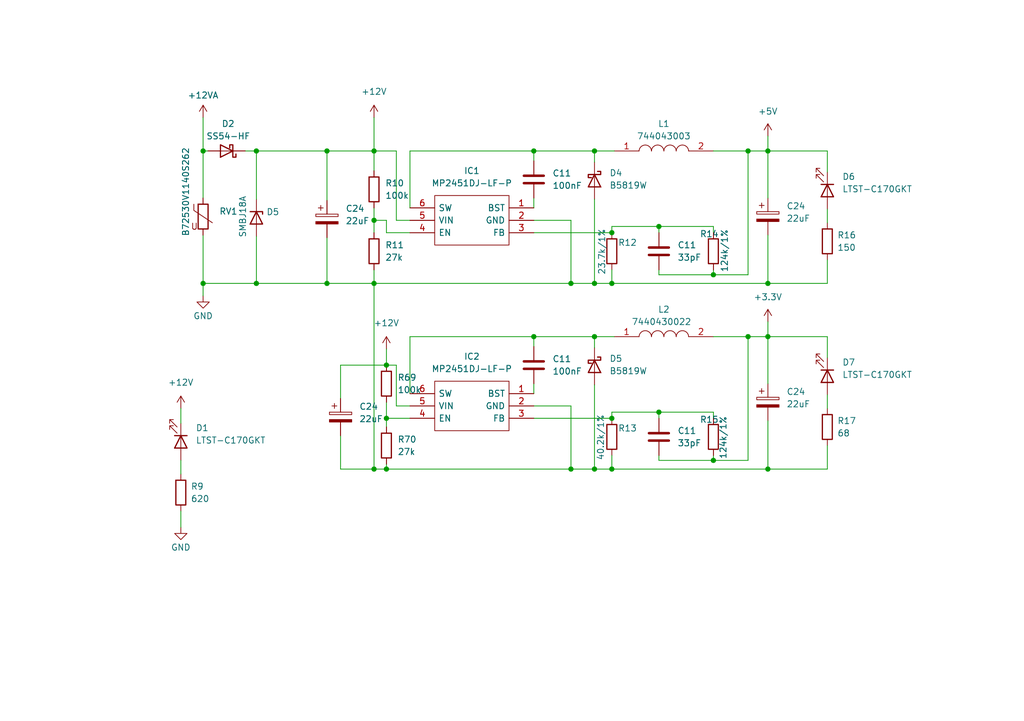
<source format=kicad_sch>
(kicad_sch (version 20230121) (generator eeschema)

  (uuid 04839609-55cf-4135-be57-a645bb75bfde)

  (paper "A5")

  (title_block
    (title "\"MicroKI\" - Digitale Zusatzanzeigen")
    (date "2023-12-09")
    (rev "P1.1")
    (company "Sascha Werblow aka. LitoWelt")
    (comment 1 "www.github.com/Xilent2010/MicroKI")
    (comment 2 "www.facebook.com/litowelt")
    (comment 3 "www.instagram.com/litowelt")
  )

  (lib_symbols
    (symbol "Device:C" (pin_numbers hide) (pin_names (offset 0.254)) (in_bom yes) (on_board yes)
      (property "Reference" "C" (at 0.635 2.54 0)
        (effects (font (size 1.27 1.27)) (justify left))
      )
      (property "Value" "C" (at 0.635 -2.54 0)
        (effects (font (size 1.27 1.27)) (justify left))
      )
      (property "Footprint" "" (at 0.9652 -3.81 0)
        (effects (font (size 1.27 1.27)) hide)
      )
      (property "Datasheet" "~" (at 0 0 0)
        (effects (font (size 1.27 1.27)) hide)
      )
      (property "ki_keywords" "cap capacitor" (at 0 0 0)
        (effects (font (size 1.27 1.27)) hide)
      )
      (property "ki_description" "Unpolarized capacitor" (at 0 0 0)
        (effects (font (size 1.27 1.27)) hide)
      )
      (property "ki_fp_filters" "C_*" (at 0 0 0)
        (effects (font (size 1.27 1.27)) hide)
      )
      (symbol "C_0_1"
        (polyline
          (pts
            (xy -2.032 -0.762)
            (xy 2.032 -0.762)
          )
          (stroke (width 0.508) (type default))
          (fill (type none))
        )
        (polyline
          (pts
            (xy -2.032 0.762)
            (xy 2.032 0.762)
          )
          (stroke (width 0.508) (type default))
          (fill (type none))
        )
      )
      (symbol "C_1_1"
        (pin passive line (at 0 3.81 270) (length 2.794)
          (name "~" (effects (font (size 1.27 1.27))))
          (number "1" (effects (font (size 1.27 1.27))))
        )
        (pin passive line (at 0 -3.81 90) (length 2.794)
          (name "~" (effects (font (size 1.27 1.27))))
          (number "2" (effects (font (size 1.27 1.27))))
        )
      )
    )
    (symbol "Device:C_Polarized" (pin_numbers hide) (pin_names (offset 0.254)) (in_bom yes) (on_board yes)
      (property "Reference" "C" (at 0.635 2.54 0)
        (effects (font (size 1.27 1.27)) (justify left))
      )
      (property "Value" "C_Polarized" (at 0.635 -2.54 0)
        (effects (font (size 1.27 1.27)) (justify left))
      )
      (property "Footprint" "" (at 0.9652 -3.81 0)
        (effects (font (size 1.27 1.27)) hide)
      )
      (property "Datasheet" "~" (at 0 0 0)
        (effects (font (size 1.27 1.27)) hide)
      )
      (property "ki_keywords" "cap capacitor" (at 0 0 0)
        (effects (font (size 1.27 1.27)) hide)
      )
      (property "ki_description" "Polarized capacitor" (at 0 0 0)
        (effects (font (size 1.27 1.27)) hide)
      )
      (property "ki_fp_filters" "CP_*" (at 0 0 0)
        (effects (font (size 1.27 1.27)) hide)
      )
      (symbol "C_Polarized_0_1"
        (rectangle (start -2.286 0.508) (end 2.286 1.016)
          (stroke (width 0) (type default))
          (fill (type none))
        )
        (polyline
          (pts
            (xy -1.778 2.286)
            (xy -0.762 2.286)
          )
          (stroke (width 0) (type default))
          (fill (type none))
        )
        (polyline
          (pts
            (xy -1.27 2.794)
            (xy -1.27 1.778)
          )
          (stroke (width 0) (type default))
          (fill (type none))
        )
        (rectangle (start 2.286 -0.508) (end -2.286 -1.016)
          (stroke (width 0) (type default))
          (fill (type outline))
        )
      )
      (symbol "C_Polarized_1_1"
        (pin passive line (at 0 3.81 270) (length 2.794)
          (name "~" (effects (font (size 1.27 1.27))))
          (number "1" (effects (font (size 1.27 1.27))))
        )
        (pin passive line (at 0 -3.81 90) (length 2.794)
          (name "~" (effects (font (size 1.27 1.27))))
          (number "2" (effects (font (size 1.27 1.27))))
        )
      )
    )
    (symbol "Device:D_Schottky" (pin_numbers hide) (pin_names (offset 1.016) hide) (in_bom yes) (on_board yes)
      (property "Reference" "D" (at 0 2.54 0)
        (effects (font (size 1.27 1.27)))
      )
      (property "Value" "D_Schottky" (at 0 -2.54 0)
        (effects (font (size 1.27 1.27)))
      )
      (property "Footprint" "" (at 0 0 0)
        (effects (font (size 1.27 1.27)) hide)
      )
      (property "Datasheet" "~" (at 0 0 0)
        (effects (font (size 1.27 1.27)) hide)
      )
      (property "ki_keywords" "diode Schottky" (at 0 0 0)
        (effects (font (size 1.27 1.27)) hide)
      )
      (property "ki_description" "Schottky diode" (at 0 0 0)
        (effects (font (size 1.27 1.27)) hide)
      )
      (property "ki_fp_filters" "TO-???* *_Diode_* *SingleDiode* D_*" (at 0 0 0)
        (effects (font (size 1.27 1.27)) hide)
      )
      (symbol "D_Schottky_0_1"
        (polyline
          (pts
            (xy 1.27 0)
            (xy -1.27 0)
          )
          (stroke (width 0) (type default))
          (fill (type none))
        )
        (polyline
          (pts
            (xy 1.27 1.27)
            (xy 1.27 -1.27)
            (xy -1.27 0)
            (xy 1.27 1.27)
          )
          (stroke (width 0.254) (type default))
          (fill (type none))
        )
        (polyline
          (pts
            (xy -1.905 0.635)
            (xy -1.905 1.27)
            (xy -1.27 1.27)
            (xy -1.27 -1.27)
            (xy -0.635 -1.27)
            (xy -0.635 -0.635)
          )
          (stroke (width 0.254) (type default))
          (fill (type none))
        )
      )
      (symbol "D_Schottky_1_1"
        (pin passive line (at -3.81 0 0) (length 2.54)
          (name "K" (effects (font (size 1.27 1.27))))
          (number "1" (effects (font (size 1.27 1.27))))
        )
        (pin passive line (at 3.81 0 180) (length 2.54)
          (name "A" (effects (font (size 1.27 1.27))))
          (number "2" (effects (font (size 1.27 1.27))))
        )
      )
    )
    (symbol "Device:LED" (pin_numbers hide) (pin_names (offset 1.016) hide) (in_bom yes) (on_board yes)
      (property "Reference" "D" (at 0 2.54 0)
        (effects (font (size 1.27 1.27)))
      )
      (property "Value" "LED" (at 0 -2.54 0)
        (effects (font (size 1.27 1.27)))
      )
      (property "Footprint" "" (at 0 0 0)
        (effects (font (size 1.27 1.27)) hide)
      )
      (property "Datasheet" "~" (at 0 0 0)
        (effects (font (size 1.27 1.27)) hide)
      )
      (property "ki_keywords" "LED diode" (at 0 0 0)
        (effects (font (size 1.27 1.27)) hide)
      )
      (property "ki_description" "Light emitting diode" (at 0 0 0)
        (effects (font (size 1.27 1.27)) hide)
      )
      (property "ki_fp_filters" "LED* LED_SMD:* LED_THT:*" (at 0 0 0)
        (effects (font (size 1.27 1.27)) hide)
      )
      (symbol "LED_0_1"
        (polyline
          (pts
            (xy -1.27 -1.27)
            (xy -1.27 1.27)
          )
          (stroke (width 0.254) (type default))
          (fill (type none))
        )
        (polyline
          (pts
            (xy -1.27 0)
            (xy 1.27 0)
          )
          (stroke (width 0) (type default))
          (fill (type none))
        )
        (polyline
          (pts
            (xy 1.27 -1.27)
            (xy 1.27 1.27)
            (xy -1.27 0)
            (xy 1.27 -1.27)
          )
          (stroke (width 0.254) (type default))
          (fill (type none))
        )
        (polyline
          (pts
            (xy -3.048 -0.762)
            (xy -4.572 -2.286)
            (xy -3.81 -2.286)
            (xy -4.572 -2.286)
            (xy -4.572 -1.524)
          )
          (stroke (width 0) (type default))
          (fill (type none))
        )
        (polyline
          (pts
            (xy -1.778 -0.762)
            (xy -3.302 -2.286)
            (xy -2.54 -2.286)
            (xy -3.302 -2.286)
            (xy -3.302 -1.524)
          )
          (stroke (width 0) (type default))
          (fill (type none))
        )
      )
      (symbol "LED_1_1"
        (pin passive line (at -3.81 0 0) (length 2.54)
          (name "K" (effects (font (size 1.27 1.27))))
          (number "1" (effects (font (size 1.27 1.27))))
        )
        (pin passive line (at 3.81 0 180) (length 2.54)
          (name "A" (effects (font (size 1.27 1.27))))
          (number "2" (effects (font (size 1.27 1.27))))
        )
      )
    )
    (symbol "Device:R" (pin_numbers hide) (pin_names (offset 0)) (in_bom yes) (on_board yes)
      (property "Reference" "R" (at 2.032 0 90)
        (effects (font (size 1.27 1.27)))
      )
      (property "Value" "R" (at 0 0 90)
        (effects (font (size 1.27 1.27)))
      )
      (property "Footprint" "" (at -1.778 0 90)
        (effects (font (size 1.27 1.27)) hide)
      )
      (property "Datasheet" "~" (at 0 0 0)
        (effects (font (size 1.27 1.27)) hide)
      )
      (property "ki_keywords" "R res resistor" (at 0 0 0)
        (effects (font (size 1.27 1.27)) hide)
      )
      (property "ki_description" "Resistor" (at 0 0 0)
        (effects (font (size 1.27 1.27)) hide)
      )
      (property "ki_fp_filters" "R_*" (at 0 0 0)
        (effects (font (size 1.27 1.27)) hide)
      )
      (symbol "R_0_1"
        (rectangle (start -1.016 -2.54) (end 1.016 2.54)
          (stroke (width 0.254) (type default))
          (fill (type none))
        )
      )
      (symbol "R_1_1"
        (pin passive line (at 0 3.81 270) (length 1.27)
          (name "~" (effects (font (size 1.27 1.27))))
          (number "1" (effects (font (size 1.27 1.27))))
        )
        (pin passive line (at 0 -3.81 90) (length 1.27)
          (name "~" (effects (font (size 1.27 1.27))))
          (number "2" (effects (font (size 1.27 1.27))))
        )
      )
    )
    (symbol "Device:Varistor" (pin_numbers hide) (pin_names (offset 0)) (in_bom yes) (on_board yes)
      (property "Reference" "RV" (at 3.175 0 90)
        (effects (font (size 1.27 1.27)))
      )
      (property "Value" "Varistor" (at -3.175 0 90)
        (effects (font (size 1.27 1.27)))
      )
      (property "Footprint" "" (at -1.778 0 90)
        (effects (font (size 1.27 1.27)) hide)
      )
      (property "Datasheet" "~" (at 0 0 0)
        (effects (font (size 1.27 1.27)) hide)
      )
      (property "Sim.Name" "kicad_builtin_varistor" (at 0 0 0)
        (effects (font (size 1.27 1.27)) hide)
      )
      (property "Sim.Device" "SUBCKT" (at 0 0 0)
        (effects (font (size 1.27 1.27)) hide)
      )
      (property "Sim.Pins" "1=A 2=B" (at 0 0 0)
        (effects (font (size 1.27 1.27)) hide)
      )
      (property "Sim.Params" "threshold=1k" (at 0 0 0)
        (effects (font (size 1.27 1.27)) hide)
      )
      (property "Sim.Library" "${KICAD7_SYMBOL_DIR}/Simulation_SPICE.sp" (at 0 0 0)
        (effects (font (size 1.27 1.27)) hide)
      )
      (property "ki_keywords" "VDR resistance" (at 0 0 0)
        (effects (font (size 1.27 1.27)) hide)
      )
      (property "ki_description" "Voltage dependent resistor" (at 0 0 0)
        (effects (font (size 1.27 1.27)) hide)
      )
      (property "ki_fp_filters" "RV_* Varistor*" (at 0 0 0)
        (effects (font (size 1.27 1.27)) hide)
      )
      (symbol "Varistor_0_0"
        (text "U" (at -1.778 -2.032 0)
          (effects (font (size 1.27 1.27)))
        )
      )
      (symbol "Varistor_0_1"
        (rectangle (start -1.016 -2.54) (end 1.016 2.54)
          (stroke (width 0.254) (type default))
          (fill (type none))
        )
        (polyline
          (pts
            (xy -1.905 2.54)
            (xy -1.905 1.27)
            (xy 1.905 -1.27)
          )
          (stroke (width 0) (type default))
          (fill (type none))
        )
      )
      (symbol "Varistor_1_1"
        (pin passive line (at 0 3.81 270) (length 1.27)
          (name "~" (effects (font (size 1.27 1.27))))
          (number "1" (effects (font (size 1.27 1.27))))
        )
        (pin passive line (at 0 -3.81 90) (length 1.27)
          (name "~" (effects (font (size 1.27 1.27))))
          (number "2" (effects (font (size 1.27 1.27))))
        )
      )
    )
    (symbol "Diode:ZPDxx" (pin_numbers hide) (pin_names hide) (in_bom yes) (on_board yes)
      (property "Reference" "D" (at 0 2.54 0)
        (effects (font (size 1.27 1.27)))
      )
      (property "Value" "ZPDxx" (at 0 -2.54 0)
        (effects (font (size 1.27 1.27)))
      )
      (property "Footprint" "Diode_THT:D_DO-35_SOD27_P10.16mm_Horizontal" (at 0 -4.445 0)
        (effects (font (size 1.27 1.27)) hide)
      )
      (property "Datasheet" "http://diotec.com/tl_files/diotec/files/pdf/datasheets/zpd1" (at 0 0 0)
        (effects (font (size 1.27 1.27)) hide)
      )
      (property "ki_keywords" "zener diode" (at 0 0 0)
        (effects (font (size 1.27 1.27)) hide)
      )
      (property "ki_description" "500mW Zener Diode, DO-35" (at 0 0 0)
        (effects (font (size 1.27 1.27)) hide)
      )
      (property "ki_fp_filters" "D*DO?35*" (at 0 0 0)
        (effects (font (size 1.27 1.27)) hide)
      )
      (symbol "ZPDxx_0_1"
        (polyline
          (pts
            (xy 1.27 0)
            (xy -1.27 0)
          )
          (stroke (width 0) (type default))
          (fill (type none))
        )
        (polyline
          (pts
            (xy -1.27 -1.27)
            (xy -1.27 1.27)
            (xy -0.762 1.27)
          )
          (stroke (width 0.254) (type default))
          (fill (type none))
        )
        (polyline
          (pts
            (xy 1.27 -1.27)
            (xy 1.27 1.27)
            (xy -1.27 0)
            (xy 1.27 -1.27)
          )
          (stroke (width 0.254) (type default))
          (fill (type none))
        )
      )
      (symbol "ZPDxx_1_1"
        (pin passive line (at -3.81 0 0) (length 2.54)
          (name "K" (effects (font (size 1.27 1.27))))
          (number "1" (effects (font (size 1.27 1.27))))
        )
        (pin passive line (at 3.81 0 180) (length 2.54)
          (name "A" (effects (font (size 1.27 1.27))))
          (number "2" (effects (font (size 1.27 1.27))))
        )
      )
    )
    (symbol "SamacSys_Parts:744043003" (pin_names (offset 0.762)) (in_bom yes) (on_board yes)
      (property "Reference" "L" (at 16.51 6.35 0)
        (effects (font (size 1.27 1.27)) (justify left))
      )
      (property "Value" "744043003" (at 16.51 3.81 0)
        (effects (font (size 1.27 1.27)) (justify left))
      )
      (property "Footprint" "WE-TPC_4818/482892" (at 16.51 1.27 0)
        (effects (font (size 1.27 1.27)) (justify left) hide)
      )
      (property "Datasheet" "" (at 16.51 -1.27 0)
        (effects (font (size 1.27 1.27)) (justify left) hide)
      )
      (property "Description" "Wurth WE-TPC Series Shielded Wire-wound SMD Inductor with a Ferrite Core, 3.3 uH +/-30% 2.15A Idc" (at 16.51 -3.81 0)
        (effects (font (size 1.27 1.27)) (justify left) hide)
      )
      (property "Height" "" (at 16.51 -6.35 0)
        (effects (font (size 1.27 1.27)) (justify left) hide)
      )
      (property "Mouser Part Number" "710-744043003" (at 16.51 -8.89 0)
        (effects (font (size 1.27 1.27)) (justify left) hide)
      )
      (property "Mouser Price/Stock" "https://www.mouser.co.uk/ProductDetail/Wurth-Elektronik/744043003?qs=PGXP4M47uW5A9aPDpHYFLQ%3D%3D" (at 16.51 -11.43 0)
        (effects (font (size 1.27 1.27)) (justify left) hide)
      )
      (property "Manufacturer_Name" "Wurth Elektronik" (at 16.51 -13.97 0)
        (effects (font (size 1.27 1.27)) (justify left) hide)
      )
      (property "Manufacturer_Part_Number" "744043003" (at 16.51 -16.51 0)
        (effects (font (size 1.27 1.27)) (justify left) hide)
      )
      (property "ki_description" "Wurth WE-TPC Series Shielded Wire-wound SMD Inductor with a Ferrite Core, 3.3 uH +/-30% 2.15A Idc" (at 0 0 0)
        (effects (font (size 1.27 1.27)) hide)
      )
      (symbol "744043003_0_0"
        (pin passive line (at 0 0 0) (length 5.08)
          (name "~" (effects (font (size 1.27 1.27))))
          (number "1" (effects (font (size 1.27 1.27))))
        )
        (pin passive line (at 20.32 0 180) (length 5.08)
          (name "~" (effects (font (size 1.27 1.27))))
          (number "2" (effects (font (size 1.27 1.27))))
        )
      )
      (symbol "744043003_0_1"
        (arc (start 7.62 0) (mid 6.35 1.2202) (end 5.08 0)
          (stroke (width 0.1524) (type solid))
          (fill (type none))
        )
        (arc (start 10.16 0) (mid 8.89 1.2202) (end 7.62 0)
          (stroke (width 0.1524) (type solid))
          (fill (type none))
        )
        (arc (start 12.7 0) (mid 11.43 1.2202) (end 10.16 0)
          (stroke (width 0.1524) (type solid))
          (fill (type none))
        )
        (arc (start 15.24 0) (mid 13.97 1.2202) (end 12.7 0)
          (stroke (width 0.1524) (type solid))
          (fill (type none))
        )
      )
    )
    (symbol "SamacSys_Parts:MP2451DJ-LF-P" (pin_names (offset 0.762)) (in_bom yes) (on_board yes)
      (property "Reference" "IC" (at 21.59 7.62 0)
        (effects (font (size 1.27 1.27)) (justify left))
      )
      (property "Value" "MP2451DJ-LF-P" (at 21.59 5.08 0)
        (effects (font (size 1.27 1.27)) (justify left))
      )
      (property "Footprint" "SOT95P280X100-6N" (at 21.59 2.54 0)
        (effects (font (size 1.27 1.27)) (justify left) hide)
      )
      (property "Datasheet" "https://www.monolithicpower.com/pub/media/document/MP2451_r1.33.pdf" (at 21.59 0 0)
        (effects (font (size 1.27 1.27)) (justify left) hide)
      )
      (property "Description" "Switching Voltage Regulators 600mA/36V, 2MHz Non- sync Buck in TSOT23" (at 21.59 -2.54 0)
        (effects (font (size 1.27 1.27)) (justify left) hide)
      )
      (property "Height" "1" (at 21.59 -5.08 0)
        (effects (font (size 1.27 1.27)) (justify left) hide)
      )
      (property "Mouser Part Number" "946-MP2451DJ-LF-P" (at 21.59 -7.62 0)
        (effects (font (size 1.27 1.27)) (justify left) hide)
      )
      (property "Mouser Price/Stock" "https://www.mouser.co.uk/ProductDetail/Monolithic-Power-Systems-MPS/MP2451DJ-LF-P?qs=493kPxzlxfKjiNCjRlrUog%3D%3D" (at 21.59 -10.16 0)
        (effects (font (size 1.27 1.27)) (justify left) hide)
      )
      (property "Manufacturer_Name" "Monolithic Power Systems (MPS)" (at 21.59 -12.7 0)
        (effects (font (size 1.27 1.27)) (justify left) hide)
      )
      (property "Manufacturer_Part_Number" "MP2451DJ-LF-P" (at 21.59 -15.24 0)
        (effects (font (size 1.27 1.27)) (justify left) hide)
      )
      (property "ki_description" "Switching Voltage Regulators 600mA/36V, 2MHz Non- sync Buck in TSOT23" (at 0 0 0)
        (effects (font (size 1.27 1.27)) hide)
      )
      (symbol "MP2451DJ-LF-P_0_0"
        (pin passive line (at 0 0 0) (length 5.08)
          (name "BST" (effects (font (size 1.27 1.27))))
          (number "1" (effects (font (size 1.27 1.27))))
        )
        (pin passive line (at 0 -2.54 0) (length 5.08)
          (name "GND" (effects (font (size 1.27 1.27))))
          (number "2" (effects (font (size 1.27 1.27))))
        )
        (pin passive line (at 0 -5.08 0) (length 5.08)
          (name "FB" (effects (font (size 1.27 1.27))))
          (number "3" (effects (font (size 1.27 1.27))))
        )
        (pin passive line (at 25.4 -5.08 180) (length 5.08)
          (name "EN" (effects (font (size 1.27 1.27))))
          (number "4" (effects (font (size 1.27 1.27))))
        )
        (pin passive line (at 25.4 -2.54 180) (length 5.08)
          (name "VIN" (effects (font (size 1.27 1.27))))
          (number "5" (effects (font (size 1.27 1.27))))
        )
        (pin passive line (at 25.4 0 180) (length 5.08)
          (name "SW" (effects (font (size 1.27 1.27))))
          (number "6" (effects (font (size 1.27 1.27))))
        )
      )
      (symbol "MP2451DJ-LF-P_0_1"
        (polyline
          (pts
            (xy 5.08 2.54)
            (xy 20.32 2.54)
            (xy 20.32 -7.62)
            (xy 5.08 -7.62)
            (xy 5.08 2.54)
          )
          (stroke (width 0.1524) (type solid))
          (fill (type none))
        )
      )
    )
    (symbol "power:+12V" (power) (pin_names (offset 0)) (in_bom yes) (on_board yes)
      (property "Reference" "#PWR" (at 0 -3.81 0)
        (effects (font (size 1.27 1.27)) hide)
      )
      (property "Value" "+12V" (at 0 3.556 0)
        (effects (font (size 1.27 1.27)))
      )
      (property "Footprint" "" (at 0 0 0)
        (effects (font (size 1.27 1.27)) hide)
      )
      (property "Datasheet" "" (at 0 0 0)
        (effects (font (size 1.27 1.27)) hide)
      )
      (property "ki_keywords" "global power" (at 0 0 0)
        (effects (font (size 1.27 1.27)) hide)
      )
      (property "ki_description" "Power symbol creates a global label with name \"+12V\"" (at 0 0 0)
        (effects (font (size 1.27 1.27)) hide)
      )
      (symbol "+12V_0_1"
        (polyline
          (pts
            (xy -0.762 1.27)
            (xy 0 2.54)
          )
          (stroke (width 0) (type default))
          (fill (type none))
        )
        (polyline
          (pts
            (xy 0 0)
            (xy 0 2.54)
          )
          (stroke (width 0) (type default))
          (fill (type none))
        )
        (polyline
          (pts
            (xy 0 2.54)
            (xy 0.762 1.27)
          )
          (stroke (width 0) (type default))
          (fill (type none))
        )
      )
      (symbol "+12V_1_1"
        (pin power_in line (at 0 0 90) (length 0) hide
          (name "+12V" (effects (font (size 1.27 1.27))))
          (number "1" (effects (font (size 1.27 1.27))))
        )
      )
    )
    (symbol "power:+12VA" (power) (pin_names (offset 0)) (in_bom yes) (on_board yes)
      (property "Reference" "#PWR" (at 0 -3.81 0)
        (effects (font (size 1.27 1.27)) hide)
      )
      (property "Value" "+12VA" (at 0 3.556 0)
        (effects (font (size 1.27 1.27)))
      )
      (property "Footprint" "" (at 0 0 0)
        (effects (font (size 1.27 1.27)) hide)
      )
      (property "Datasheet" "" (at 0 0 0)
        (effects (font (size 1.27 1.27)) hide)
      )
      (property "ki_keywords" "global power" (at 0 0 0)
        (effects (font (size 1.27 1.27)) hide)
      )
      (property "ki_description" "Power symbol creates a global label with name \"+12VA\"" (at 0 0 0)
        (effects (font (size 1.27 1.27)) hide)
      )
      (symbol "+12VA_0_1"
        (polyline
          (pts
            (xy -0.762 1.27)
            (xy 0 2.54)
          )
          (stroke (width 0) (type default))
          (fill (type none))
        )
        (polyline
          (pts
            (xy 0 0)
            (xy 0 2.54)
          )
          (stroke (width 0) (type default))
          (fill (type none))
        )
        (polyline
          (pts
            (xy 0 2.54)
            (xy 0.762 1.27)
          )
          (stroke (width 0) (type default))
          (fill (type none))
        )
      )
      (symbol "+12VA_1_1"
        (pin power_in line (at 0 0 90) (length 0) hide
          (name "+12VA" (effects (font (size 1.27 1.27))))
          (number "1" (effects (font (size 1.27 1.27))))
        )
      )
    )
    (symbol "power:+3.3V" (power) (pin_names (offset 0)) (in_bom yes) (on_board yes)
      (property "Reference" "#PWR" (at 0 -3.81 0)
        (effects (font (size 1.27 1.27)) hide)
      )
      (property "Value" "+3.3V" (at 0 3.556 0)
        (effects (font (size 1.27 1.27)))
      )
      (property "Footprint" "" (at 0 0 0)
        (effects (font (size 1.27 1.27)) hide)
      )
      (property "Datasheet" "" (at 0 0 0)
        (effects (font (size 1.27 1.27)) hide)
      )
      (property "ki_keywords" "global power" (at 0 0 0)
        (effects (font (size 1.27 1.27)) hide)
      )
      (property "ki_description" "Power symbol creates a global label with name \"+3.3V\"" (at 0 0 0)
        (effects (font (size 1.27 1.27)) hide)
      )
      (symbol "+3.3V_0_1"
        (polyline
          (pts
            (xy -0.762 1.27)
            (xy 0 2.54)
          )
          (stroke (width 0) (type default))
          (fill (type none))
        )
        (polyline
          (pts
            (xy 0 0)
            (xy 0 2.54)
          )
          (stroke (width 0) (type default))
          (fill (type none))
        )
        (polyline
          (pts
            (xy 0 2.54)
            (xy 0.762 1.27)
          )
          (stroke (width 0) (type default))
          (fill (type none))
        )
      )
      (symbol "+3.3V_1_1"
        (pin power_in line (at 0 0 90) (length 0) hide
          (name "+3.3V" (effects (font (size 1.27 1.27))))
          (number "1" (effects (font (size 1.27 1.27))))
        )
      )
    )
    (symbol "power:+5V" (power) (pin_names (offset 0)) (in_bom yes) (on_board yes)
      (property "Reference" "#PWR" (at 0 -3.81 0)
        (effects (font (size 1.27 1.27)) hide)
      )
      (property "Value" "+5V" (at 0 3.556 0)
        (effects (font (size 1.27 1.27)))
      )
      (property "Footprint" "" (at 0 0 0)
        (effects (font (size 1.27 1.27)) hide)
      )
      (property "Datasheet" "" (at 0 0 0)
        (effects (font (size 1.27 1.27)) hide)
      )
      (property "ki_keywords" "global power" (at 0 0 0)
        (effects (font (size 1.27 1.27)) hide)
      )
      (property "ki_description" "Power symbol creates a global label with name \"+5V\"" (at 0 0 0)
        (effects (font (size 1.27 1.27)) hide)
      )
      (symbol "+5V_0_1"
        (polyline
          (pts
            (xy -0.762 1.27)
            (xy 0 2.54)
          )
          (stroke (width 0) (type default))
          (fill (type none))
        )
        (polyline
          (pts
            (xy 0 0)
            (xy 0 2.54)
          )
          (stroke (width 0) (type default))
          (fill (type none))
        )
        (polyline
          (pts
            (xy 0 2.54)
            (xy 0.762 1.27)
          )
          (stroke (width 0) (type default))
          (fill (type none))
        )
      )
      (symbol "+5V_1_1"
        (pin power_in line (at 0 0 90) (length 0) hide
          (name "+5V" (effects (font (size 1.27 1.27))))
          (number "1" (effects (font (size 1.27 1.27))))
        )
      )
    )
    (symbol "power:GND" (power) (pin_names (offset 0)) (in_bom yes) (on_board yes)
      (property "Reference" "#PWR" (at 0 -6.35 0)
        (effects (font (size 1.27 1.27)) hide)
      )
      (property "Value" "GND" (at 0 -3.81 0)
        (effects (font (size 1.27 1.27)))
      )
      (property "Footprint" "" (at 0 0 0)
        (effects (font (size 1.27 1.27)) hide)
      )
      (property "Datasheet" "" (at 0 0 0)
        (effects (font (size 1.27 1.27)) hide)
      )
      (property "ki_keywords" "global power" (at 0 0 0)
        (effects (font (size 1.27 1.27)) hide)
      )
      (property "ki_description" "Power symbol creates a global label with name \"GND\" , ground" (at 0 0 0)
        (effects (font (size 1.27 1.27)) hide)
      )
      (symbol "GND_0_1"
        (polyline
          (pts
            (xy 0 0)
            (xy 0 -1.27)
            (xy 1.27 -1.27)
            (xy 0 -2.54)
            (xy -1.27 -1.27)
            (xy 0 -1.27)
          )
          (stroke (width 0) (type default))
          (fill (type none))
        )
      )
      (symbol "GND_1_1"
        (pin power_in line (at 0 0 270) (length 0) hide
          (name "GND" (effects (font (size 1.27 1.27))))
          (number "1" (effects (font (size 1.27 1.27))))
        )
      )
    )
  )

  (junction (at 79.248 96.266) (diameter 0) (color 0 0 0 0)
    (uuid 01a8bc89-60b8-4dbd-86eb-01c3476b3e35)
  )
  (junction (at 76.708 58.166) (diameter 0) (color 0 0 0 0)
    (uuid 0347c50a-f6a8-4701-a108-8c5a63e72313)
  )
  (junction (at 125.476 58.166) (diameter 0) (color 0 0 0 0)
    (uuid 0486ad26-9c36-4b46-8a6e-3a8d97e0b56f)
  )
  (junction (at 135.128 84.582) (diameter 0) (color 0 0 0 0)
    (uuid 147a3a5c-69b9-4ffb-a100-e6fbecaf4bae)
  )
  (junction (at 157.48 30.988) (diameter 0) (color 0 0 0 0)
    (uuid 2b5cc985-46fa-4543-963c-0e75a23f4ca6)
  )
  (junction (at 67.056 30.988) (diameter 0) (color 0 0 0 0)
    (uuid 2c78dd98-0197-41ae-87e0-5bde3818cd3b)
  )
  (junction (at 121.92 30.988) (diameter 0) (color 0 0 0 0)
    (uuid 30395e5e-6326-484d-8b27-452078ad00d5)
  )
  (junction (at 157.48 58.166) (diameter 0) (color 0 0 0 0)
    (uuid 3effe8b2-adf8-4145-8d3d-ba698a46b48c)
  )
  (junction (at 52.578 58.166) (diameter 0) (color 0 0 0 0)
    (uuid 44eea0e1-c394-4e50-8b28-1fbfdf198b6d)
  )
  (junction (at 157.48 96.266) (diameter 0) (color 0 0 0 0)
    (uuid 492b10da-f177-4d20-8494-e3d4cecf370a)
  )
  (junction (at 117.094 96.266) (diameter 0) (color 0 0 0 0)
    (uuid 4aa803b2-6d91-42a0-906b-b4372ddecb25)
  )
  (junction (at 125.476 85.852) (diameter 0) (color 0 0 0 0)
    (uuid 4b72ccbf-512c-48d7-94ff-c1d8117812ce)
  )
  (junction (at 41.656 58.166) (diameter 0) (color 0 0 0 0)
    (uuid 4fc47eaa-e3f4-48a9-87fc-58e6504e517b)
  )
  (junction (at 109.474 30.988) (diameter 0) (color 0 0 0 0)
    (uuid 55578c11-8d07-4c51-9d6d-27add3bd9839)
  )
  (junction (at 125.476 47.752) (diameter 0) (color 0 0 0 0)
    (uuid 61943728-81e4-47f1-a5ba-924febfa7f26)
  )
  (junction (at 146.304 94.488) (diameter 0) (color 0 0 0 0)
    (uuid 6666462d-100c-4dff-a2c1-9b42e25fc958)
  )
  (junction (at 79.248 74.93) (diameter 0) (color 0 0 0 0)
    (uuid 6fab67d9-7d6f-4c19-9ba7-0ee200c5a061)
  )
  (junction (at 109.474 69.088) (diameter 0) (color 0 0 0 0)
    (uuid 6fc71335-9b00-4ee1-9dc1-8a7b63fce520)
  )
  (junction (at 125.476 96.266) (diameter 0) (color 0 0 0 0)
    (uuid 70a8cdb8-90db-4c6a-b02d-7837934832ca)
  )
  (junction (at 76.708 45.212) (diameter 0) (color 0 0 0 0)
    (uuid 7eb7e09c-3f0e-44dc-8635-283f7251b972)
  )
  (junction (at 121.92 96.266) (diameter 0) (color 0 0 0 0)
    (uuid 85d1b6cf-6e5d-44d0-9e7a-2d54240413b1)
  )
  (junction (at 135.128 46.482) (diameter 0) (color 0 0 0 0)
    (uuid 8726b3c9-59ff-46f1-8288-eed3d3336c9f)
  )
  (junction (at 153.416 30.988) (diameter 0) (color 0 0 0 0)
    (uuid 9bd2fc60-8df9-4c27-b589-4e394c00dc64)
  )
  (junction (at 121.92 69.088) (diameter 0) (color 0 0 0 0)
    (uuid a67cc61a-4a95-4991-9492-de0ae4df7457)
  )
  (junction (at 67.056 58.166) (diameter 0) (color 0 0 0 0)
    (uuid ac1bb431-c1d6-41ca-904d-c54e497ec701)
  )
  (junction (at 52.578 30.988) (diameter 0) (color 0 0 0 0)
    (uuid af59d70d-10d1-424a-b014-0d22ab5dd265)
  )
  (junction (at 117.094 58.166) (diameter 0) (color 0 0 0 0)
    (uuid c35fc23e-68f1-41ae-a509-68c7d94e680b)
  )
  (junction (at 41.656 30.988) (diameter 0) (color 0 0 0 0)
    (uuid ca840eab-3eef-4e3e-b237-70f756078e50)
  )
  (junction (at 121.92 58.166) (diameter 0) (color 0 0 0 0)
    (uuid cf9d8893-d2b3-49a9-a4af-6a84c4d7615e)
  )
  (junction (at 157.48 69.088) (diameter 0) (color 0 0 0 0)
    (uuid e1d767aa-548b-4226-af4a-4f8840a37a58)
  )
  (junction (at 76.708 30.988) (diameter 0) (color 0 0 0 0)
    (uuid e27b52d1-b259-48df-a272-554f2299fe93)
  )
  (junction (at 153.416 69.088) (diameter 0) (color 0 0 0 0)
    (uuid e99f3bc8-6b82-43c7-a8f9-a132a1eae8cf)
  )
  (junction (at 79.248 85.852) (diameter 0) (color 0 0 0 0)
    (uuid f27114e1-d386-4784-8a9f-39128cc1f586)
  )
  (junction (at 76.708 96.266) (diameter 0) (color 0 0 0 0)
    (uuid f54e3f87-15fc-4f39-835d-d244ff6d84dd)
  )
  (junction (at 146.304 56.388) (diameter 0) (color 0 0 0 0)
    (uuid fad6e45a-cf9e-43de-be92-ec4c905af567)
  )

  (wire (pts (xy 169.672 42.926) (xy 169.672 45.72))
    (stroke (width 0) (type default))
    (uuid 01a53718-3cf8-4c01-80bb-16f758480b9b)
  )
  (wire (pts (xy 121.92 71.374) (xy 121.92 69.088))
    (stroke (width 0) (type default))
    (uuid 04d6a66d-c382-4952-b6ee-1f341113c193)
  )
  (wire (pts (xy 84.074 47.752) (xy 79.248 47.752))
    (stroke (width 0) (type default))
    (uuid 058703ea-4eee-4e30-bf5a-cd3a080a518c)
  )
  (wire (pts (xy 52.578 58.166) (xy 41.656 58.166))
    (stroke (width 0) (type default))
    (uuid 0c247ac6-9487-43da-a4c1-deef6ee6ba31)
  )
  (wire (pts (xy 109.474 30.988) (xy 109.474 33.02))
    (stroke (width 0) (type default))
    (uuid 13cab518-03d3-4f56-8688-7e2dedfd99a3)
  )
  (wire (pts (xy 157.48 27.94) (xy 157.48 30.988))
    (stroke (width 0) (type default))
    (uuid 157d6ab5-a3e2-43a6-ac97-9d10f8b5c228)
  )
  (wire (pts (xy 153.416 69.088) (xy 146.304 69.088))
    (stroke (width 0) (type default))
    (uuid 1785e0ac-6d60-471e-9695-421cfc3fe2d8)
  )
  (wire (pts (xy 135.128 55.372) (xy 135.128 56.388))
    (stroke (width 0) (type default))
    (uuid 1b57e11d-f684-43b7-917a-46f821c1f97e)
  )
  (wire (pts (xy 76.708 45.212) (xy 76.708 47.752))
    (stroke (width 0) (type default))
    (uuid 20601052-e5df-40d2-a063-64799db502e4)
  )
  (wire (pts (xy 37.084 83.82) (xy 37.084 86.868))
    (stroke (width 0) (type default))
    (uuid 2934ef7c-d0c3-46b7-84fc-344cd1dda3dd)
  )
  (wire (pts (xy 157.48 69.088) (xy 153.416 69.088))
    (stroke (width 0) (type default))
    (uuid 29f732f3-811f-4584-8d00-4d8a5b67427e)
  )
  (wire (pts (xy 79.248 74.93) (xy 69.85 74.93))
    (stroke (width 0) (type default))
    (uuid 2b38a222-7104-4196-bf77-cb4ca708b7fd)
  )
  (wire (pts (xy 117.094 96.266) (xy 121.92 96.266))
    (stroke (width 0) (type default))
    (uuid 2dd59621-9065-4fb0-a55a-35445d5bf1a1)
  )
  (wire (pts (xy 109.474 83.312) (xy 117.094 83.312))
    (stroke (width 0) (type default))
    (uuid 334f9867-a98b-48d6-ae0f-8300ff76b175)
  )
  (wire (pts (xy 125.476 58.166) (xy 125.476 55.372))
    (stroke (width 0) (type default))
    (uuid 3a2539ae-f9b4-4f73-842d-09b76ca73e71)
  )
  (wire (pts (xy 84.074 69.088) (xy 84.074 80.772))
    (stroke (width 0) (type default))
    (uuid 3b39d29d-bf20-46df-9f72-0550a6100979)
  )
  (wire (pts (xy 69.85 96.266) (xy 76.708 96.266))
    (stroke (width 0) (type default))
    (uuid 3e35e294-70c2-4be2-b553-7aa30e8df324)
  )
  (wire (pts (xy 109.474 40.64) (xy 109.474 42.672))
    (stroke (width 0) (type default))
    (uuid 40442fd8-f3b5-4e20-8790-641e079027cc)
  )
  (wire (pts (xy 146.304 84.582) (xy 146.304 85.852))
    (stroke (width 0) (type default))
    (uuid 413682fa-9f4e-4739-b8a9-e6722a55705d)
  )
  (wire (pts (xy 121.92 96.266) (xy 125.476 96.266))
    (stroke (width 0) (type default))
    (uuid 41ac049d-2a9d-4bdc-a6f3-c087a4fff55f)
  )
  (wire (pts (xy 135.128 47.752) (xy 135.128 46.482))
    (stroke (width 0) (type default))
    (uuid 42ecc608-b64b-4065-9c2f-10de18b1f3cc)
  )
  (wire (pts (xy 125.476 58.166) (xy 157.48 58.166))
    (stroke (width 0) (type default))
    (uuid 4392fae3-f09a-4850-800a-67c1ef3f4f81)
  )
  (wire (pts (xy 41.656 58.166) (xy 41.656 48.26))
    (stroke (width 0) (type default))
    (uuid 45e3bb59-f5e9-49fa-8c64-cd7ecf4342f9)
  )
  (wire (pts (xy 67.056 30.988) (xy 76.708 30.988))
    (stroke (width 0) (type default))
    (uuid 460da5cc-b182-4a6f-899e-472e351ae189)
  )
  (wire (pts (xy 109.474 47.752) (xy 125.476 47.752))
    (stroke (width 0) (type default))
    (uuid 46669b3b-d65e-4f1b-a675-d92a22b70834)
  )
  (wire (pts (xy 67.056 58.166) (xy 76.708 58.166))
    (stroke (width 0) (type default))
    (uuid 46d2269c-85cf-4797-9040-e7dac4f85b1b)
  )
  (wire (pts (xy 169.672 58.166) (xy 157.48 58.166))
    (stroke (width 0) (type default))
    (uuid 47998fb5-fe5a-4abe-9137-d75b92ebb248)
  )
  (wire (pts (xy 41.656 24.13) (xy 41.656 30.988))
    (stroke (width 0) (type default))
    (uuid 48660386-d77b-4532-9e4b-22cf9864c914)
  )
  (wire (pts (xy 125.476 96.266) (xy 157.48 96.266))
    (stroke (width 0) (type default))
    (uuid 4b725e2f-941c-4be3-998d-bf9f3d18a669)
  )
  (wire (pts (xy 135.128 46.482) (xy 146.304 46.482))
    (stroke (width 0) (type default))
    (uuid 50615e93-13ad-43f0-8cad-909377fb953d)
  )
  (wire (pts (xy 153.416 30.988) (xy 153.416 56.388))
    (stroke (width 0) (type default))
    (uuid 508c87f5-6b83-4536-b6fb-27597af210ff)
  )
  (wire (pts (xy 135.128 84.582) (xy 125.476 84.582))
    (stroke (width 0) (type default))
    (uuid 50dcb354-2fbb-4f98-b0b5-8e52a08a25e0)
  )
  (wire (pts (xy 52.578 48.514) (xy 52.578 58.166))
    (stroke (width 0) (type default))
    (uuid 51f695e8-fc71-463f-b4fd-1fffd1fe8c75)
  )
  (wire (pts (xy 125.476 84.582) (xy 125.476 85.852))
    (stroke (width 0) (type default))
    (uuid 56ad116b-0802-4c66-ac16-27876690071d)
  )
  (wire (pts (xy 135.128 56.388) (xy 146.304 56.388))
    (stroke (width 0) (type default))
    (uuid 56d612b8-b9a6-413a-ac1f-700c629f1751)
  )
  (wire (pts (xy 121.92 58.166) (xy 125.476 58.166))
    (stroke (width 0) (type default))
    (uuid 575b7a8c-5755-468a-aeff-0734ac862fb0)
  )
  (wire (pts (xy 79.248 95.25) (xy 79.248 96.266))
    (stroke (width 0) (type default))
    (uuid 582dabfd-18a2-4ed4-8fe5-b7136539ae83)
  )
  (wire (pts (xy 117.094 45.212) (xy 117.094 58.166))
    (stroke (width 0) (type default))
    (uuid 59c3ad9c-2227-4dac-ad43-0e3a5ffef3b6)
  )
  (wire (pts (xy 169.672 69.088) (xy 157.48 69.088))
    (stroke (width 0) (type default))
    (uuid 5f13d8e0-add4-4cb8-9a55-cf815d3fcdf1)
  )
  (wire (pts (xy 50.292 30.988) (xy 52.578 30.988))
    (stroke (width 0) (type default))
    (uuid 5f58bb55-ad66-435f-ab33-38306191d540)
  )
  (wire (pts (xy 135.128 85.852) (xy 135.128 84.582))
    (stroke (width 0) (type default))
    (uuid 5f9dfe14-3277-4681-b807-a2d5428718aa)
  )
  (wire (pts (xy 169.672 73.406) (xy 169.672 69.088))
    (stroke (width 0) (type default))
    (uuid 60210991-24a3-4f33-a0b7-5099c0cf638a)
  )
  (wire (pts (xy 79.248 85.852) (xy 84.074 85.852))
    (stroke (width 0) (type default))
    (uuid 63b10c89-af10-4e8c-b796-c4a7c13c4243)
  )
  (wire (pts (xy 169.672 81.026) (xy 169.672 83.82))
    (stroke (width 0) (type default))
    (uuid 63df17a0-a543-41ce-8db9-3bee18bed7f0)
  )
  (wire (pts (xy 84.074 45.212) (xy 81.28 45.212))
    (stroke (width 0) (type default))
    (uuid 658b888e-5c13-4d2a-9bee-02771d7eb179)
  )
  (wire (pts (xy 81.28 30.988) (xy 76.708 30.988))
    (stroke (width 0) (type default))
    (uuid 663b0f20-89dd-45fa-b1e7-db279433cb9f)
  )
  (wire (pts (xy 79.248 47.752) (xy 79.248 45.212))
    (stroke (width 0) (type default))
    (uuid 68816c18-812a-48d2-a283-d04856ef96d3)
  )
  (wire (pts (xy 84.074 30.988) (xy 84.074 42.672))
    (stroke (width 0) (type default))
    (uuid 69273611-2e58-40e0-a9f1-df5b7956332c)
  )
  (wire (pts (xy 76.708 55.372) (xy 76.708 58.166))
    (stroke (width 0) (type default))
    (uuid 6a0371d8-2126-4905-8383-c402f8bf5f98)
  )
  (wire (pts (xy 52.578 30.988) (xy 52.578 40.894))
    (stroke (width 0) (type default))
    (uuid 6cb06ff8-07a2-4e9f-b5d7-a1580aa3322a)
  )
  (wire (pts (xy 157.48 66.04) (xy 157.48 69.088))
    (stroke (width 0) (type default))
    (uuid 6dda5dc8-f7b0-4d1b-bf44-dc069a774a8a)
  )
  (wire (pts (xy 169.672 96.266) (xy 157.48 96.266))
    (stroke (width 0) (type default))
    (uuid 6ec69719-4ffd-4ac3-8743-84c90938ed5b)
  )
  (wire (pts (xy 84.074 30.988) (xy 109.474 30.988))
    (stroke (width 0) (type default))
    (uuid 71a2951c-8c08-4cd5-8e50-1957c7dc9aa1)
  )
  (wire (pts (xy 121.92 58.166) (xy 121.92 40.894))
    (stroke (width 0) (type default))
    (uuid 73158805-8aaa-48d2-8e9f-7db985863679)
  )
  (wire (pts (xy 81.28 83.312) (xy 84.074 83.312))
    (stroke (width 0) (type default))
    (uuid 77b1d79d-9f75-41b9-8a38-058edf1cf9ad)
  )
  (wire (pts (xy 157.48 96.266) (xy 157.48 86.36))
    (stroke (width 0) (type default))
    (uuid 7b1e6203-8f82-462e-9dc7-2997f7aec44f)
  )
  (wire (pts (xy 146.304 94.488) (xy 153.416 94.488))
    (stroke (width 0) (type default))
    (uuid 8359dd63-1ba7-4b6c-ae9d-dd8dfb16dc8b)
  )
  (wire (pts (xy 169.672 35.306) (xy 169.672 30.988))
    (stroke (width 0) (type default))
    (uuid 8581bbd9-1324-439c-af3c-8736718e2e4a)
  )
  (wire (pts (xy 121.92 30.988) (xy 109.474 30.988))
    (stroke (width 0) (type default))
    (uuid 85de79df-9a74-4e3b-a28c-43ad20a4e6a6)
  )
  (wire (pts (xy 81.28 45.212) (xy 81.28 30.988))
    (stroke (width 0) (type default))
    (uuid 86ffe473-9ff9-4a00-bc1d-db2c8803bdc5)
  )
  (wire (pts (xy 169.672 30.988) (xy 157.48 30.988))
    (stroke (width 0) (type default))
    (uuid 877b177e-3603-44b6-9146-fdc3b9c7de4d)
  )
  (wire (pts (xy 121.92 69.088) (xy 109.474 69.088))
    (stroke (width 0) (type default))
    (uuid 8884ea2b-f4a2-4511-8c55-080731c8c346)
  )
  (wire (pts (xy 69.85 89.408) (xy 69.85 96.266))
    (stroke (width 0) (type default))
    (uuid 8bf62af4-6ff0-4e74-b522-ed37e8b68b3d)
  )
  (wire (pts (xy 121.92 96.266) (xy 121.92 78.994))
    (stroke (width 0) (type default))
    (uuid 92dc5491-bb8e-4219-bc72-ea2482e53f94)
  )
  (wire (pts (xy 117.094 58.166) (xy 76.708 58.166))
    (stroke (width 0) (type default))
    (uuid 95e8d628-57ef-4ce0-a051-4b494ca98f9c)
  )
  (wire (pts (xy 153.416 30.988) (xy 146.304 30.988))
    (stroke (width 0) (type default))
    (uuid 97a49a3b-fa82-47ec-9bbd-05602a382a49)
  )
  (wire (pts (xy 109.474 45.212) (xy 117.094 45.212))
    (stroke (width 0) (type default))
    (uuid 980c3dcb-a096-4e31-9ccf-bbcca47e9ada)
  )
  (wire (pts (xy 67.056 30.988) (xy 67.056 41.148))
    (stroke (width 0) (type default))
    (uuid 98478746-db6e-45fb-af30-22baf77e36ab)
  )
  (wire (pts (xy 135.128 84.582) (xy 146.304 84.582))
    (stroke (width 0) (type default))
    (uuid 98aea019-d9c5-4e21-b1ae-e0f0727f07c9)
  )
  (wire (pts (xy 146.304 94.488) (xy 146.304 93.472))
    (stroke (width 0) (type default))
    (uuid 99ccba10-6f09-4bbf-861a-3ddb5994f5eb)
  )
  (wire (pts (xy 67.056 48.768) (xy 67.056 58.166))
    (stroke (width 0) (type default))
    (uuid 9a740d4e-aa89-45db-96e4-bf193b226816)
  )
  (wire (pts (xy 84.074 69.088) (xy 109.474 69.088))
    (stroke (width 0) (type default))
    (uuid 9b926b3b-2404-4006-a7d6-6ca8434c9aa3)
  )
  (wire (pts (xy 117.094 96.266) (xy 79.248 96.266))
    (stroke (width 0) (type default))
    (uuid 9c1ae59e-d444-4dc1-ac39-91b6a34a1373)
  )
  (wire (pts (xy 41.656 58.166) (xy 41.656 60.706))
    (stroke (width 0) (type default))
    (uuid 9cb14154-807d-4871-a2ca-fba1787f7e6f)
  )
  (wire (pts (xy 76.708 24.13) (xy 76.708 30.988))
    (stroke (width 0) (type default))
    (uuid a3e942f9-c520-4caa-95f4-769926bf354d)
  )
  (wire (pts (xy 153.416 69.088) (xy 153.416 94.488))
    (stroke (width 0) (type default))
    (uuid a831f212-45d2-488c-826d-b3938bc6a1f2)
  )
  (wire (pts (xy 109.474 69.088) (xy 109.474 71.12))
    (stroke (width 0) (type default))
    (uuid ac630c2a-6862-4f3e-bef4-217dfbc35e25)
  )
  (wire (pts (xy 121.92 30.988) (xy 125.984 30.988))
    (stroke (width 0) (type default))
    (uuid acde4a08-5708-4c8e-afca-d679dec77348)
  )
  (wire (pts (xy 109.474 78.74) (xy 109.474 80.772))
    (stroke (width 0) (type default))
    (uuid aef836a0-785a-469d-8689-dc3d339d3628)
  )
  (wire (pts (xy 157.48 78.74) (xy 157.48 69.088))
    (stroke (width 0) (type default))
    (uuid afe68cd9-dcd4-4707-b776-631d656aa4ff)
  )
  (wire (pts (xy 79.248 82.55) (xy 79.248 85.852))
    (stroke (width 0) (type default))
    (uuid b306b17a-64b3-42b1-b6cf-fcfe18ef4eda)
  )
  (wire (pts (xy 41.656 30.988) (xy 42.672 30.988))
    (stroke (width 0) (type default))
    (uuid b35c4cf5-f9b4-46f9-b8b3-7932855c8840)
  )
  (wire (pts (xy 157.48 40.64) (xy 157.48 30.988))
    (stroke (width 0) (type default))
    (uuid b389d91e-fdba-4a7f-8582-d5add9be7380)
  )
  (wire (pts (xy 146.304 56.388) (xy 146.304 55.372))
    (stroke (width 0) (type default))
    (uuid b3a09e9d-488a-4450-8344-4235145de376)
  )
  (wire (pts (xy 135.128 93.472) (xy 135.128 94.488))
    (stroke (width 0) (type default))
    (uuid b45f1641-127a-4d84-acbb-5412e778673c)
  )
  (wire (pts (xy 169.672 53.34) (xy 169.672 58.166))
    (stroke (width 0) (type default))
    (uuid c0f2e342-1c1d-4092-9a9c-d33726a2edf9)
  )
  (wire (pts (xy 125.476 96.266) (xy 125.476 93.472))
    (stroke (width 0) (type default))
    (uuid c22bdfbb-b9fe-43c2-8cdf-3cdd8e907c4f)
  )
  (wire (pts (xy 79.248 71.628) (xy 79.248 74.93))
    (stroke (width 0) (type default))
    (uuid c865a2c2-c78e-4762-987a-c299a1f4be26)
  )
  (wire (pts (xy 76.708 42.672) (xy 76.708 45.212))
    (stroke (width 0) (type default))
    (uuid cb2e8a7b-7a3d-4007-8873-81be62eec1bc)
  )
  (wire (pts (xy 117.094 83.312) (xy 117.094 96.266))
    (stroke (width 0) (type default))
    (uuid cc0d3a15-cb86-48c7-accb-a7d6cb098562)
  )
  (wire (pts (xy 121.92 69.088) (xy 125.984 69.088))
    (stroke (width 0) (type default))
    (uuid cce4559c-e425-453c-8f2f-aa9f9329582c)
  )
  (wire (pts (xy 125.476 46.482) (xy 125.476 47.752))
    (stroke (width 0) (type default))
    (uuid d2d1c5cc-c41e-4e4d-991f-0209f8a9d860)
  )
  (wire (pts (xy 76.708 96.266) (xy 76.708 58.166))
    (stroke (width 0) (type default))
    (uuid d4b3fa67-332f-4101-a7a1-5351088eb2ab)
  )
  (wire (pts (xy 41.656 30.988) (xy 41.656 40.64))
    (stroke (width 0) (type default))
    (uuid d59fc331-f50a-405d-913b-b277f3b57f72)
  )
  (wire (pts (xy 135.128 46.482) (xy 125.476 46.482))
    (stroke (width 0) (type default))
    (uuid db1dcb39-418e-4078-bc92-463241078b91)
  )
  (wire (pts (xy 79.248 85.852) (xy 79.248 87.63))
    (stroke (width 0) (type default))
    (uuid db582e86-587c-4dea-83a3-46293daa09c1)
  )
  (wire (pts (xy 157.48 30.988) (xy 153.416 30.988))
    (stroke (width 0) (type default))
    (uuid e0a6211f-bb36-4a4f-8c61-0508620df946)
  )
  (wire (pts (xy 146.304 56.388) (xy 153.416 56.388))
    (stroke (width 0) (type default))
    (uuid e16c0328-b426-425b-867d-8b968e138927)
  )
  (wire (pts (xy 81.28 83.312) (xy 81.28 74.93))
    (stroke (width 0) (type default))
    (uuid e3383c12-8f83-4dc4-b121-02b34822485b)
  )
  (wire (pts (xy 69.85 74.93) (xy 69.85 81.788))
    (stroke (width 0) (type default))
    (uuid e4b2be0d-a0dd-4fd9-a0fb-99c00d3c6770)
  )
  (wire (pts (xy 81.28 74.93) (xy 79.248 74.93))
    (stroke (width 0) (type default))
    (uuid e69647dc-f826-412f-abc7-bd96c1802d55)
  )
  (wire (pts (xy 117.094 58.166) (xy 121.92 58.166))
    (stroke (width 0) (type default))
    (uuid e90285ce-c86f-4174-8b78-591a30cafdcd)
  )
  (wire (pts (xy 121.92 33.274) (xy 121.92 30.988))
    (stroke (width 0) (type default))
    (uuid e98f9d98-55ec-4417-bf5f-6b17c0ef609b)
  )
  (wire (pts (xy 157.48 58.166) (xy 157.48 48.26))
    (stroke (width 0) (type default))
    (uuid ef43ae16-d407-467c-83af-d7092c5a55e8)
  )
  (wire (pts (xy 52.578 30.988) (xy 67.056 30.988))
    (stroke (width 0) (type default))
    (uuid f04957da-9e1a-4a81-8d43-ae0215e1cc44)
  )
  (wire (pts (xy 79.248 96.266) (xy 76.708 96.266))
    (stroke (width 0) (type default))
    (uuid f04c0684-de14-44a2-a1f3-a4cdc03c12e1)
  )
  (wire (pts (xy 169.672 91.44) (xy 169.672 96.266))
    (stroke (width 0) (type default))
    (uuid f2b7a106-f1c5-4d79-9808-a89069da310b)
  )
  (wire (pts (xy 135.128 94.488) (xy 146.304 94.488))
    (stroke (width 0) (type default))
    (uuid f3f7f4ae-7fd4-442d-8fdb-4c2cd590bde5)
  )
  (wire (pts (xy 79.248 45.212) (xy 76.708 45.212))
    (stroke (width 0) (type default))
    (uuid f4cc51eb-1b68-4290-a2a1-8e71112ccf9a)
  )
  (wire (pts (xy 146.304 46.482) (xy 146.304 47.752))
    (stroke (width 0) (type default))
    (uuid f5ed5057-8128-43c6-9a93-32cf1408b372)
  )
  (wire (pts (xy 76.708 30.988) (xy 76.708 35.052))
    (stroke (width 0) (type default))
    (uuid fa356cb8-8e6b-43ee-ab82-9795a05117d0)
  )
  (wire (pts (xy 37.084 104.902) (xy 37.084 108.204))
    (stroke (width 0) (type default))
    (uuid fc397f4f-05ca-4b98-9cef-eb3a0c278973)
  )
  (wire (pts (xy 67.056 58.166) (xy 52.578 58.166))
    (stroke (width 0) (type default))
    (uuid fcba1f58-ab9b-49b9-92c8-1d43311f9a04)
  )
  (wire (pts (xy 109.474 85.852) (xy 125.476 85.852))
    (stroke (width 0) (type default))
    (uuid fd1d56ba-bea4-4980-9e8d-8fa47514a5a3)
  )
  (wire (pts (xy 37.084 94.488) (xy 37.084 97.282))
    (stroke (width 0) (type default))
    (uuid fe2c24a2-217d-4823-84c4-9fff9aeb541b)
  )

  (symbol (lib_id "Device:R") (at 169.672 87.63 0) (unit 1)
    (in_bom yes) (on_board yes) (dnp no) (fields_autoplaced)
    (uuid 00872e0f-7e0c-4c82-b07e-0eab4aef8990)
    (property "Reference" "R17" (at 171.704 86.36 0)
      (effects (font (size 1.27 1.27)) (justify left))
    )
    (property "Value" "68" (at 171.704 88.9 0)
      (effects (font (size 1.27 1.27)) (justify left))
    )
    (property "Footprint" "Resistor_SMD:R_0805_2012Metric" (at 167.894 87.63 90)
      (effects (font (size 1.27 1.27)) hide)
    )
    (property "Datasheet" "~" (at 169.672 87.63 0)
      (effects (font (size 1.27 1.27)) hide)
    )
    (pin "1" (uuid edf45b6d-f1d4-439a-a9b2-7e55d4818e95))
    (pin "2" (uuid 0cadfbcc-f31b-4c28-a552-caea6ce345db))
    (instances
      (project "MicroKI"
        (path "/b52cb6cc-e548-4f7b-a39a-793f2389ec7d/ba3d9213-11db-4e4e-bade-a5e9d84d6d28"
          (reference "R17") (unit 1)
        )
      )
    )
  )

  (symbol (lib_id "power:+5V") (at 157.48 27.94 0) (unit 1)
    (in_bom yes) (on_board yes) (dnp no) (fields_autoplaced)
    (uuid 03be65b2-42e8-4bfa-90f5-3e0ab4f88661)
    (property "Reference" "#PWR016" (at 157.48 31.75 0)
      (effects (font (size 1.27 1.27)) hide)
    )
    (property "Value" "+5V" (at 157.48 22.86 0)
      (effects (font (size 1.27 1.27)))
    )
    (property "Footprint" "" (at 157.48 27.94 0)
      (effects (font (size 1.27 1.27)) hide)
    )
    (property "Datasheet" "" (at 157.48 27.94 0)
      (effects (font (size 1.27 1.27)) hide)
    )
    (pin "1" (uuid adce1f6e-5119-40f5-997d-8acc56ffdf9d))
    (instances
      (project "MicroKI"
        (path "/b52cb6cc-e548-4f7b-a39a-793f2389ec7d/ba3d9213-11db-4e4e-bade-a5e9d84d6d28"
          (reference "#PWR016") (unit 1)
        )
      )
    )
  )

  (symbol (lib_id "Device:R") (at 125.476 89.662 0) (unit 1)
    (in_bom yes) (on_board yes) (dnp no)
    (uuid 05e6092b-3119-4fda-8191-6b5f7d287de8)
    (property "Reference" "R13" (at 126.746 87.884 0)
      (effects (font (size 1.27 1.27)) (justify left))
    )
    (property "Value" "40.2k/1%" (at 123.19 94.488 90)
      (effects (font (size 1.27 1.27)) (justify left))
    )
    (property "Footprint" "Resistor_SMD:R_0805_2012Metric" (at 123.698 89.662 90)
      (effects (font (size 1.27 1.27)) hide)
    )
    (property "Datasheet" "~" (at 125.476 89.662 0)
      (effects (font (size 1.27 1.27)) hide)
    )
    (pin "1" (uuid 8e1ac27f-fa22-498d-b51f-3f7c4f5f54a5))
    (pin "2" (uuid 2836cfc8-5b2e-441c-87a7-48df037fa13b))
    (instances
      (project "MicroKI"
        (path "/b52cb6cc-e548-4f7b-a39a-793f2389ec7d/ba3d9213-11db-4e4e-bade-a5e9d84d6d28"
          (reference "R13") (unit 1)
        )
      )
    )
  )

  (symbol (lib_id "SamacSys_Parts:744043003") (at 125.984 69.088 0) (unit 1)
    (in_bom yes) (on_board yes) (dnp no) (fields_autoplaced)
    (uuid 067cdde2-400c-41fb-b391-6c089cd4df97)
    (property "Reference" "L2" (at 136.144 63.5 0)
      (effects (font (size 1.27 1.27)))
    )
    (property "Value" "7440430022 " (at 136.144 66.04 0)
      (effects (font (size 1.27 1.27)))
    )
    (property "Footprint" "SamacSys_Parts:WE-TPC_4818_482892" (at 142.494 67.818 0)
      (effects (font (size 1.27 1.27)) (justify left) hide)
    )
    (property "Datasheet" "" (at 142.494 70.358 0)
      (effects (font (size 1.27 1.27)) (justify left) hide)
    )
    (property "Description" "Wurth WE-TPC Series Shielded Wire-wound SMD Inductor with a Ferrite Core, 3.3 uH +/-30% 2.15A Idc" (at 142.494 72.898 0)
      (effects (font (size 1.27 1.27)) (justify left) hide)
    )
    (property "Height" "" (at 142.494 75.438 0)
      (effects (font (size 1.27 1.27)) (justify left) hide)
    )
    (property "Mouser Part Number" "710-744043003" (at 142.494 77.978 0)
      (effects (font (size 1.27 1.27)) (justify left) hide)
    )
    (property "Mouser Price/Stock" "https://www.mouser.co.uk/ProductDetail/Wurth-Elektronik/744043003?qs=PGXP4M47uW5A9aPDpHYFLQ%3D%3D" (at 142.494 80.518 0)
      (effects (font (size 1.27 1.27)) (justify left) hide)
    )
    (property "Manufacturer_Name" "Wurth Elektronik" (at 142.494 83.058 0)
      (effects (font (size 1.27 1.27)) (justify left) hide)
    )
    (property "Manufacturer_Part_Number" "744043003" (at 142.494 85.598 0)
      (effects (font (size 1.27 1.27)) (justify left) hide)
    )
    (pin "1" (uuid e54f6456-c259-4370-a053-95357add8497))
    (pin "2" (uuid 49742b2a-5c8a-44a9-a158-98b09028a847))
    (instances
      (project "MicroKI"
        (path "/b52cb6cc-e548-4f7b-a39a-793f2389ec7d/ba3d9213-11db-4e4e-bade-a5e9d84d6d28"
          (reference "L2") (unit 1)
        )
      )
    )
  )

  (symbol (lib_id "Device:C_Polarized") (at 69.85 85.598 0) (unit 1)
    (in_bom yes) (on_board yes) (dnp no) (fields_autoplaced)
    (uuid 07f5c720-3617-493f-9b31-ab3528218bfa)
    (property "Reference" "C24" (at 73.66 83.439 0)
      (effects (font (size 1.27 1.27)) (justify left))
    )
    (property "Value" "22uF" (at 73.66 85.979 0)
      (effects (font (size 1.27 1.27)) (justify left))
    )
    (property "Footprint" "Capacitor_SMD:C_0805_2012Metric" (at 70.8152 89.408 0)
      (effects (font (size 1.27 1.27)) hide)
    )
    (property "Datasheet" "~" (at 69.85 85.598 0)
      (effects (font (size 1.27 1.27)) hide)
    )
    (property "Manufacturer_Name" "Würth" (at 69.85 85.598 0)
      (effects (font (size 1.27 1.27)) hide)
    )
    (property "Manufacturer_Part_Number" "865080442004" (at 69.85 85.598 0)
      (effects (font (size 1.27 1.27)) hide)
    )
    (property "Mouser Part Number" "710-865080442004" (at 69.85 85.598 0)
      (effects (font (size 1.27 1.27)) hide)
    )
    (pin "1" (uuid 9ba6f946-331f-4107-8e1c-8b0a7f251565))
    (pin "2" (uuid 55890f4f-4b1b-4730-87bb-e8ad7503acaf))
    (instances
      (project "MicroKI"
        (path "/b52cb6cc-e548-4f7b-a39a-793f2389ec7d"
          (reference "C24") (unit 1)
        )
        (path "/b52cb6cc-e548-4f7b-a39a-793f2389ec7d/ba3d9213-11db-4e4e-bade-a5e9d84d6d28"
          (reference "C51") (unit 1)
        )
      )
    )
  )

  (symbol (lib_id "Device:C") (at 135.128 51.562 180) (unit 1)
    (in_bom yes) (on_board yes) (dnp no) (fields_autoplaced)
    (uuid 1572712d-295b-432f-80af-fd484a487c6e)
    (property "Reference" "C11" (at 138.938 50.292 0)
      (effects (font (size 1.27 1.27)) (justify right))
    )
    (property "Value" "33pF" (at 138.938 52.832 0)
      (effects (font (size 1.27 1.27)) (justify right))
    )
    (property "Footprint" "Capacitor_SMD:C_0805_2012Metric" (at 134.1628 47.752 0)
      (effects (font (size 1.27 1.27)) hide)
    )
    (property "Datasheet" "~" (at 135.128 51.562 0)
      (effects (font (size 1.27 1.27)) hide)
    )
    (property "Manufacturer_Name" "KEMET" (at 135.128 51.562 0)
      (effects (font (size 1.27 1.27)) hide)
    )
    (property "Manufacturer_Part_Number" "C0805C104M5RAC7025" (at 135.128 51.562 0)
      (effects (font (size 1.27 1.27)) hide)
    )
    (property "Mouser Part Number" "80-C0805C104M5RACTM" (at 135.128 51.562 0)
      (effects (font (size 1.27 1.27)) hide)
    )
    (pin "1" (uuid 61ca440c-4054-4b6b-b57d-b8b9a1ec7473))
    (pin "2" (uuid 4bee6417-32fd-4abf-8ad5-3ad6f6210705))
    (instances
      (project "MicroKI"
        (path "/b52cb6cc-e548-4f7b-a39a-793f2389ec7d"
          (reference "C11") (unit 1)
        )
        (path "/b52cb6cc-e548-4f7b-a39a-793f2389ec7d/03c71e73-8986-4a16-b1e4-dd9d791fad49"
          (reference "C2") (unit 1)
        )
        (path "/b52cb6cc-e548-4f7b-a39a-793f2389ec7d/ba3d9213-11db-4e4e-bade-a5e9d84d6d28"
          (reference "C6") (unit 1)
        )
      )
    )
  )

  (symbol (lib_id "Device:D_Schottky") (at 121.92 37.084 270) (unit 1)
    (in_bom yes) (on_board yes) (dnp no) (fields_autoplaced)
    (uuid 16467fd5-fd69-44d0-913a-6887c40d22cb)
    (property "Reference" "D4" (at 124.968 35.4965 90)
      (effects (font (size 1.27 1.27)) (justify left))
    )
    (property "Value" "B5819W" (at 124.968 38.0365 90)
      (effects (font (size 1.27 1.27)) (justify left))
    )
    (property "Footprint" "Diode_SMD:D_SOD-123" (at 121.92 37.084 0)
      (effects (font (size 1.27 1.27)) hide)
    )
    (property "Datasheet" "~" (at 121.92 37.084 0)
      (effects (font (size 1.27 1.27)) hide)
    )
    (pin "1" (uuid 0a0420e4-8a56-4826-bec3-e7d345e86b19))
    (pin "2" (uuid a7b12bb3-fa5f-46fd-ba2f-ab7ecef4367c))
    (instances
      (project "MicroKI"
        (path "/b52cb6cc-e548-4f7b-a39a-793f2389ec7d/ba3d9213-11db-4e4e-bade-a5e9d84d6d28"
          (reference "D4") (unit 1)
        )
      )
    )
  )

  (symbol (lib_id "SamacSys_Parts:MP2451DJ-LF-P") (at 109.474 80.772 0) (mirror y) (unit 1)
    (in_bom yes) (on_board yes) (dnp no)
    (uuid 16d5d65e-56ab-47f9-876b-c8bb85d741ff)
    (property "Reference" "IC2" (at 96.774 73.152 0)
      (effects (font (size 1.27 1.27)))
    )
    (property "Value" "MP2451DJ-LF-P" (at 96.774 75.692 0)
      (effects (font (size 1.27 1.27)))
    )
    (property "Footprint" "SamacSys_Parts:SOT95P280X100-6N" (at 87.884 78.232 0)
      (effects (font (size 1.27 1.27)) (justify left) hide)
    )
    (property "Datasheet" "https://www.monolithicpower.com/pub/media/document/MP2451_r1.33.pdf" (at 87.884 80.772 0)
      (effects (font (size 1.27 1.27)) (justify left) hide)
    )
    (property "Description" "Switching Voltage Regulators 600mA/36V, 2MHz Non- sync Buck in TSOT23" (at 87.884 83.312 0)
      (effects (font (size 1.27 1.27)) (justify left) hide)
    )
    (property "Height" "1" (at 87.884 85.852 0)
      (effects (font (size 1.27 1.27)) (justify left) hide)
    )
    (property "Mouser Part Number" "946-MP2451DJ-LF-P" (at 87.884 88.392 0)
      (effects (font (size 1.27 1.27)) (justify left) hide)
    )
    (property "Mouser Price/Stock" "https://www.mouser.co.uk/ProductDetail/Monolithic-Power-Systems-MPS/MP2451DJ-LF-P?qs=493kPxzlxfKjiNCjRlrUog%3D%3D" (at 87.884 90.932 0)
      (effects (font (size 1.27 1.27)) (justify left) hide)
    )
    (property "Manufacturer_Name" "Monolithic Power Systems (MPS)" (at 87.884 93.472 0)
      (effects (font (size 1.27 1.27)) (justify left) hide)
    )
    (property "Manufacturer_Part_Number" "MP2451DJ-LF-P" (at 87.884 96.012 0)
      (effects (font (size 1.27 1.27)) (justify left) hide)
    )
    (pin "1" (uuid a8cbe457-880e-4c1b-a9af-f9915a14d809))
    (pin "2" (uuid 7829aa1f-c407-4faf-8c79-f96b5996d399))
    (pin "3" (uuid 64bc6f16-95e1-435e-9227-4fd37a30b7b0))
    (pin "4" (uuid de960e6b-b331-4541-bd50-84ebe8d92a85))
    (pin "5" (uuid 6f054c05-4119-4126-85c1-94516be1ddc4))
    (pin "6" (uuid c46c9577-0b50-4656-869b-bdaf19bf9f59))
    (instances
      (project "MicroKI"
        (path "/b52cb6cc-e548-4f7b-a39a-793f2389ec7d/ba3d9213-11db-4e4e-bade-a5e9d84d6d28"
          (reference "IC2") (unit 1)
        )
      )
    )
  )

  (symbol (lib_id "Device:R") (at 146.304 89.662 0) (unit 1)
    (in_bom yes) (on_board yes) (dnp no)
    (uuid 18dad4bc-91b8-49d5-b285-dcfc892cddde)
    (property "Reference" "R15" (at 143.51 86.106 0)
      (effects (font (size 1.27 1.27)) (justify left))
    )
    (property "Value" "124k/1%" (at 148.336 94.234 90)
      (effects (font (size 1.27 1.27)) (justify left))
    )
    (property "Footprint" "Resistor_SMD:R_0805_2012Metric" (at 144.526 89.662 90)
      (effects (font (size 1.27 1.27)) hide)
    )
    (property "Datasheet" "~" (at 146.304 89.662 0)
      (effects (font (size 1.27 1.27)) hide)
    )
    (pin "1" (uuid a42a6bb7-77fa-4063-9334-3edd62d9ed7a))
    (pin "2" (uuid 183ef805-9853-415b-a0b3-721fb3537fa0))
    (instances
      (project "MicroKI"
        (path "/b52cb6cc-e548-4f7b-a39a-793f2389ec7d/ba3d9213-11db-4e4e-bade-a5e9d84d6d28"
          (reference "R15") (unit 1)
        )
      )
    )
  )

  (symbol (lib_id "Device:R") (at 76.708 38.862 0) (unit 1)
    (in_bom yes) (on_board yes) (dnp no) (fields_autoplaced)
    (uuid 1a0739a7-4016-42d5-bd8b-c5bd805be08c)
    (property "Reference" "R10" (at 78.994 37.592 0)
      (effects (font (size 1.27 1.27)) (justify left))
    )
    (property "Value" "100k" (at 78.994 40.132 0)
      (effects (font (size 1.27 1.27)) (justify left))
    )
    (property "Footprint" "Resistor_SMD:R_0805_2012Metric" (at 74.93 38.862 90)
      (effects (font (size 1.27 1.27)) hide)
    )
    (property "Datasheet" "~" (at 76.708 38.862 0)
      (effects (font (size 1.27 1.27)) hide)
    )
    (pin "1" (uuid 0a7f0a21-7d7b-4916-ba5e-29ff3a6ee423))
    (pin "2" (uuid 5328a900-2be9-4d5b-b4ab-abe1167ff2c8))
    (instances
      (project "MicroKI"
        (path "/b52cb6cc-e548-4f7b-a39a-793f2389ec7d/ba3d9213-11db-4e4e-bade-a5e9d84d6d28"
          (reference "R10") (unit 1)
        )
      )
    )
  )

  (symbol (lib_id "Device:LED") (at 37.084 90.678 270) (unit 1)
    (in_bom yes) (on_board yes) (dnp no) (fields_autoplaced)
    (uuid 1b3983ea-0dc0-4f38-9e20-bd7d54c25809)
    (property "Reference" "D1" (at 40.132 87.8205 90)
      (effects (font (size 1.27 1.27)) (justify left))
    )
    (property "Value" "LTST-C170GKT" (at 40.132 90.3605 90)
      (effects (font (size 1.27 1.27)) (justify left))
    )
    (property "Footprint" "LED_SMD:LED_0805_2012Metric" (at 37.084 90.678 0)
      (effects (font (size 1.27 1.27)) hide)
    )
    (property "Datasheet" "~" (at 37.084 90.678 0)
      (effects (font (size 1.27 1.27)) hide)
    )
    (pin "1" (uuid d1b49042-60f7-4b29-a77b-6fcc55fac426))
    (pin "2" (uuid b0b9f132-a891-4e4c-88e3-197b2123ed16))
    (instances
      (project "MicroKI"
        (path "/b52cb6cc-e548-4f7b-a39a-793f2389ec7d/ba3d9213-11db-4e4e-bade-a5e9d84d6d28"
          (reference "D1") (unit 1)
        )
      )
    )
  )

  (symbol (lib_id "Device:C_Polarized") (at 157.48 44.45 0) (unit 1)
    (in_bom yes) (on_board yes) (dnp no) (fields_autoplaced)
    (uuid 2389ebed-33ed-44c3-8c65-d2061cc5a195)
    (property "Reference" "C24" (at 161.29 42.291 0)
      (effects (font (size 1.27 1.27)) (justify left))
    )
    (property "Value" "22uF" (at 161.29 44.831 0)
      (effects (font (size 1.27 1.27)) (justify left))
    )
    (property "Footprint" "Capacitor_SMD:C_0805_2012Metric" (at 158.4452 48.26 0)
      (effects (font (size 1.27 1.27)) hide)
    )
    (property "Datasheet" "~" (at 157.48 44.45 0)
      (effects (font (size 1.27 1.27)) hide)
    )
    (property "Manufacturer_Name" "Würth" (at 157.48 44.45 0)
      (effects (font (size 1.27 1.27)) hide)
    )
    (property "Manufacturer_Part_Number" "865080442004" (at 157.48 44.45 0)
      (effects (font (size 1.27 1.27)) hide)
    )
    (property "Mouser Part Number" "CL21A226MAYNNNE" (at 157.48 44.45 0)
      (effects (font (size 1.27 1.27)) hide)
    )
    (pin "1" (uuid 0cd0f556-b9d9-45ef-a37c-d1a9929cfb6c))
    (pin "2" (uuid 5191c049-824c-4835-87ae-5b5ff9807884))
    (instances
      (project "MicroKI"
        (path "/b52cb6cc-e548-4f7b-a39a-793f2389ec7d"
          (reference "C24") (unit 1)
        )
        (path "/b52cb6cc-e548-4f7b-a39a-793f2389ec7d/ba3d9213-11db-4e4e-bade-a5e9d84d6d28"
          (reference "C8") (unit 1)
        )
      )
    )
  )

  (symbol (lib_id "Device:R") (at 79.248 78.74 0) (unit 1)
    (in_bom yes) (on_board yes) (dnp no) (fields_autoplaced)
    (uuid 3e0d0862-b90c-4bb5-ac6b-afb610c979bc)
    (property "Reference" "R69" (at 81.534 77.47 0)
      (effects (font (size 1.27 1.27)) (justify left))
    )
    (property "Value" "100k" (at 81.534 80.01 0)
      (effects (font (size 1.27 1.27)) (justify left))
    )
    (property "Footprint" "Resistor_SMD:R_0805_2012Metric" (at 77.47 78.74 90)
      (effects (font (size 1.27 1.27)) hide)
    )
    (property "Datasheet" "~" (at 79.248 78.74 0)
      (effects (font (size 1.27 1.27)) hide)
    )
    (pin "1" (uuid 9ad1eec3-15c9-4583-a2b5-19e8cfde6a3b))
    (pin "2" (uuid 55f7ccd3-aa42-4d6d-af61-5be4a4bd5db2))
    (instances
      (project "MicroKI"
        (path "/b52cb6cc-e548-4f7b-a39a-793f2389ec7d/ba3d9213-11db-4e4e-bade-a5e9d84d6d28"
          (reference "R69") (unit 1)
        )
      )
    )
  )

  (symbol (lib_id "Device:LED") (at 169.672 39.116 270) (unit 1)
    (in_bom yes) (on_board yes) (dnp no) (fields_autoplaced)
    (uuid 401aacf1-61a7-4320-8b0c-badfab9b17a5)
    (property "Reference" "D6" (at 172.72 36.2585 90)
      (effects (font (size 1.27 1.27)) (justify left))
    )
    (property "Value" "LTST-C170GKT" (at 172.72 38.7985 90)
      (effects (font (size 1.27 1.27)) (justify left))
    )
    (property "Footprint" "LED_SMD:LED_0805_2012Metric" (at 169.672 39.116 0)
      (effects (font (size 1.27 1.27)) hide)
    )
    (property "Datasheet" "~" (at 169.672 39.116 0)
      (effects (font (size 1.27 1.27)) hide)
    )
    (pin "1" (uuid 281e4811-6b42-413e-ae5d-642a0fa20c6c))
    (pin "2" (uuid 764d8f7b-8600-435c-9b3f-ce92cb63ad96))
    (instances
      (project "MicroKI"
        (path "/b52cb6cc-e548-4f7b-a39a-793f2389ec7d/ba3d9213-11db-4e4e-bade-a5e9d84d6d28"
          (reference "D6") (unit 1)
        )
      )
    )
  )

  (symbol (lib_id "Device:R") (at 146.304 51.562 0) (unit 1)
    (in_bom yes) (on_board yes) (dnp no)
    (uuid 436473c0-1ad1-4399-9e73-cf65d90043bb)
    (property "Reference" "R14" (at 143.51 48.006 0)
      (effects (font (size 1.27 1.27)) (justify left))
    )
    (property "Value" "124k/1%" (at 148.59 55.88 90)
      (effects (font (size 1.27 1.27)) (justify left))
    )
    (property "Footprint" "Resistor_SMD:R_0805_2012Metric" (at 144.526 51.562 90)
      (effects (font (size 1.27 1.27)) hide)
    )
    (property "Datasheet" "~" (at 146.304 51.562 0)
      (effects (font (size 1.27 1.27)) hide)
    )
    (pin "1" (uuid 3c43da5b-a5dd-43b7-8a9e-c0ba76163966))
    (pin "2" (uuid 768e123f-8ffb-45b5-9058-9a89761e43d7))
    (instances
      (project "MicroKI"
        (path "/b52cb6cc-e548-4f7b-a39a-793f2389ec7d/ba3d9213-11db-4e4e-bade-a5e9d84d6d28"
          (reference "R14") (unit 1)
        )
      )
    )
  )

  (symbol (lib_id "power:+12V") (at 79.248 71.628 0) (unit 1)
    (in_bom yes) (on_board yes) (dnp no) (fields_autoplaced)
    (uuid 4881b712-e76b-4c5a-8c7d-732da91b9747)
    (property "Reference" "#PWR0113" (at 79.248 75.438 0)
      (effects (font (size 1.27 1.27)) hide)
    )
    (property "Value" "+12V" (at 79.248 66.294 0)
      (effects (font (size 1.27 1.27)))
    )
    (property "Footprint" "" (at 79.248 71.628 0)
      (effects (font (size 1.27 1.27)) hide)
    )
    (property "Datasheet" "" (at 79.248 71.628 0)
      (effects (font (size 1.27 1.27)) hide)
    )
    (pin "1" (uuid c5c999cd-8e34-4a21-aafe-7e6e951cb957))
    (instances
      (project "MicroKI"
        (path "/b52cb6cc-e548-4f7b-a39a-793f2389ec7d/ba3d9213-11db-4e4e-bade-a5e9d84d6d28"
          (reference "#PWR0113") (unit 1)
        )
      )
    )
  )

  (symbol (lib_id "power:GND") (at 41.656 60.706 0) (unit 1)
    (in_bom yes) (on_board yes) (dnp no) (fields_autoplaced)
    (uuid 496dc0fa-fa75-43b7-aebd-de2f41950d7a)
    (property "Reference" "#PWR058" (at 41.656 67.056 0)
      (effects (font (size 1.27 1.27)) hide)
    )
    (property "Value" "GND" (at 41.656 64.8391 0)
      (effects (font (size 1.27 1.27)))
    )
    (property "Footprint" "" (at 41.656 60.706 0)
      (effects (font (size 1.27 1.27)) hide)
    )
    (property "Datasheet" "" (at 41.656 60.706 0)
      (effects (font (size 1.27 1.27)) hide)
    )
    (pin "1" (uuid 081e7977-afa4-45c1-b6bb-0545cb205f79))
    (instances
      (project "MicroKI"
        (path "/b52cb6cc-e548-4f7b-a39a-793f2389ec7d"
          (reference "#PWR058") (unit 1)
        )
        (path "/b52cb6cc-e548-4f7b-a39a-793f2389ec7d/ba3d9213-11db-4e4e-bade-a5e9d84d6d28"
          (reference "#PWR014") (unit 1)
        )
      )
    )
  )

  (symbol (lib_id "power:GND") (at 37.084 108.204 0) (unit 1)
    (in_bom yes) (on_board yes) (dnp no) (fields_autoplaced)
    (uuid 57f1b621-518a-4722-9d33-f412e024a67f)
    (property "Reference" "#PWR058" (at 37.084 114.554 0)
      (effects (font (size 1.27 1.27)) hide)
    )
    (property "Value" "GND" (at 37.084 112.3371 0)
      (effects (font (size 1.27 1.27)))
    )
    (property "Footprint" "" (at 37.084 108.204 0)
      (effects (font (size 1.27 1.27)) hide)
    )
    (property "Datasheet" "" (at 37.084 108.204 0)
      (effects (font (size 1.27 1.27)) hide)
    )
    (pin "1" (uuid 70058167-c6fc-4649-b39b-ee923d1f2859))
    (instances
      (project "MicroKI"
        (path "/b52cb6cc-e548-4f7b-a39a-793f2389ec7d"
          (reference "#PWR058") (unit 1)
        )
        (path "/b52cb6cc-e548-4f7b-a39a-793f2389ec7d/ba3d9213-11db-4e4e-bade-a5e9d84d6d28"
          (reference "#PWR012") (unit 1)
        )
      )
    )
  )

  (symbol (lib_id "power:+3.3V") (at 157.48 66.04 0) (unit 1)
    (in_bom yes) (on_board yes) (dnp no) (fields_autoplaced)
    (uuid 5b8328eb-fb29-4a76-949d-0cf4dbb63a6e)
    (property "Reference" "#PWR017" (at 157.48 69.85 0)
      (effects (font (size 1.27 1.27)) hide)
    )
    (property "Value" "+3.3V" (at 157.48 60.96 0)
      (effects (font (size 1.27 1.27)))
    )
    (property "Footprint" "" (at 157.48 66.04 0)
      (effects (font (size 1.27 1.27)) hide)
    )
    (property "Datasheet" "" (at 157.48 66.04 0)
      (effects (font (size 1.27 1.27)) hide)
    )
    (pin "1" (uuid af2cfecd-776a-4f48-a166-728b85867265))
    (instances
      (project "MicroKI"
        (path "/b52cb6cc-e548-4f7b-a39a-793f2389ec7d/ba3d9213-11db-4e4e-bade-a5e9d84d6d28"
          (reference "#PWR017") (unit 1)
        )
      )
    )
  )

  (symbol (lib_id "Device:D_Schottky") (at 121.92 75.184 270) (unit 1)
    (in_bom yes) (on_board yes) (dnp no) (fields_autoplaced)
    (uuid 64585302-569f-42c4-968f-7cf6fc30ed56)
    (property "Reference" "D5" (at 124.968 73.5965 90)
      (effects (font (size 1.27 1.27)) (justify left))
    )
    (property "Value" "B5819W" (at 124.968 76.1365 90)
      (effects (font (size 1.27 1.27)) (justify left))
    )
    (property "Footprint" "Diode_SMD:D_SOD-123" (at 121.92 75.184 0)
      (effects (font (size 1.27 1.27)) hide)
    )
    (property "Datasheet" "~" (at 121.92 75.184 0)
      (effects (font (size 1.27 1.27)) hide)
    )
    (pin "1" (uuid 3e00238e-1376-441f-a805-e52b7f607f6d))
    (pin "2" (uuid 36c77a43-d2d2-4f83-b073-d41c27a39b45))
    (instances
      (project "MicroKI"
        (path "/b52cb6cc-e548-4f7b-a39a-793f2389ec7d/ba3d9213-11db-4e4e-bade-a5e9d84d6d28"
          (reference "D5") (unit 1)
        )
      )
    )
  )

  (symbol (lib_id "SamacSys_Parts:744043003") (at 125.984 30.988 0) (unit 1)
    (in_bom yes) (on_board yes) (dnp no) (fields_autoplaced)
    (uuid 64df560e-0947-492c-a647-2bb9c7fc4002)
    (property "Reference" "L1" (at 136.144 25.4 0)
      (effects (font (size 1.27 1.27)))
    )
    (property "Value" "744043003" (at 136.144 27.94 0)
      (effects (font (size 1.27 1.27)))
    )
    (property "Footprint" "SamacSys_Parts:WE-TPC_4818_482892" (at 142.494 29.718 0)
      (effects (font (size 1.27 1.27)) (justify left) hide)
    )
    (property "Datasheet" "" (at 142.494 32.258 0)
      (effects (font (size 1.27 1.27)) (justify left) hide)
    )
    (property "Description" "Wurth WE-TPC Series Shielded Wire-wound SMD Inductor with a Ferrite Core, 3.3 uH +/-30% 2.15A Idc" (at 142.494 34.798 0)
      (effects (font (size 1.27 1.27)) (justify left) hide)
    )
    (property "Height" "" (at 142.494 37.338 0)
      (effects (font (size 1.27 1.27)) (justify left) hide)
    )
    (property "Mouser Part Number" "710-744043003" (at 142.494 39.878 0)
      (effects (font (size 1.27 1.27)) (justify left) hide)
    )
    (property "Mouser Price/Stock" "https://www.mouser.co.uk/ProductDetail/Wurth-Elektronik/744043003?qs=PGXP4M47uW5A9aPDpHYFLQ%3D%3D" (at 142.494 42.418 0)
      (effects (font (size 1.27 1.27)) (justify left) hide)
    )
    (property "Manufacturer_Name" "Wurth Elektronik" (at 142.494 44.958 0)
      (effects (font (size 1.27 1.27)) (justify left) hide)
    )
    (property "Manufacturer_Part_Number" "744043003" (at 142.494 47.498 0)
      (effects (font (size 1.27 1.27)) (justify left) hide)
    )
    (pin "1" (uuid a2289fdf-91c7-464a-aa4f-6e93116ea74b))
    (pin "2" (uuid 739bd624-5fbc-44a0-917f-38375fecee91))
    (instances
      (project "MicroKI"
        (path "/b52cb6cc-e548-4f7b-a39a-793f2389ec7d/ba3d9213-11db-4e4e-bade-a5e9d84d6d28"
          (reference "L1") (unit 1)
        )
      )
    )
  )

  (symbol (lib_id "Device:C_Polarized") (at 67.056 44.958 0) (unit 1)
    (in_bom yes) (on_board yes) (dnp no) (fields_autoplaced)
    (uuid 782a3d0e-1132-474f-ab66-764466c4f80b)
    (property "Reference" "C24" (at 70.866 42.799 0)
      (effects (font (size 1.27 1.27)) (justify left))
    )
    (property "Value" "22uF" (at 70.866 45.339 0)
      (effects (font (size 1.27 1.27)) (justify left))
    )
    (property "Footprint" "Capacitor_SMD:C_0805_2012Metric" (at 68.0212 48.768 0)
      (effects (font (size 1.27 1.27)) hide)
    )
    (property "Datasheet" "~" (at 67.056 44.958 0)
      (effects (font (size 1.27 1.27)) hide)
    )
    (property "Manufacturer_Name" "Würth" (at 67.056 44.958 0)
      (effects (font (size 1.27 1.27)) hide)
    )
    (property "Manufacturer_Part_Number" "865080442004" (at 67.056 44.958 0)
      (effects (font (size 1.27 1.27)) hide)
    )
    (property "Mouser Part Number" "710-865080442004" (at 67.056 44.958 0)
      (effects (font (size 1.27 1.27)) hide)
    )
    (pin "1" (uuid 083dc284-63d9-4459-b529-34e3797d55e6))
    (pin "2" (uuid 44dd6e3d-bd23-4f7c-94e3-adb47fb55773))
    (instances
      (project "MicroKI"
        (path "/b52cb6cc-e548-4f7b-a39a-793f2389ec7d"
          (reference "C24") (unit 1)
        )
        (path "/b52cb6cc-e548-4f7b-a39a-793f2389ec7d/ba3d9213-11db-4e4e-bade-a5e9d84d6d28"
          (reference "C3") (unit 1)
        )
      )
    )
  )

  (symbol (lib_id "Device:R") (at 76.708 51.562 0) (unit 1)
    (in_bom yes) (on_board yes) (dnp no) (fields_autoplaced)
    (uuid 7890f506-ab24-4e7c-ab13-beb656f8eda3)
    (property "Reference" "R11" (at 78.994 50.292 0)
      (effects (font (size 1.27 1.27)) (justify left))
    )
    (property "Value" "27k" (at 78.994 52.832 0)
      (effects (font (size 1.27 1.27)) (justify left))
    )
    (property "Footprint" "Resistor_SMD:R_0805_2012Metric" (at 74.93 51.562 90)
      (effects (font (size 1.27 1.27)) hide)
    )
    (property "Datasheet" "~" (at 76.708 51.562 0)
      (effects (font (size 1.27 1.27)) hide)
    )
    (pin "1" (uuid 0d263bfa-e500-427b-8de8-8839f8691158))
    (pin "2" (uuid 1982b8a0-6931-420b-b56b-9c424a92424c))
    (instances
      (project "MicroKI"
        (path "/b52cb6cc-e548-4f7b-a39a-793f2389ec7d/ba3d9213-11db-4e4e-bade-a5e9d84d6d28"
          (reference "R11") (unit 1)
        )
      )
    )
  )

  (symbol (lib_id "Device:R") (at 37.084 101.092 0) (unit 1)
    (in_bom yes) (on_board yes) (dnp no) (fields_autoplaced)
    (uuid 83e91311-106e-40b0-a1bf-372d97103e01)
    (property "Reference" "R9" (at 39.116 99.822 0)
      (effects (font (size 1.27 1.27)) (justify left))
    )
    (property "Value" "620" (at 39.116 102.362 0)
      (effects (font (size 1.27 1.27)) (justify left))
    )
    (property "Footprint" "Resistor_SMD:R_0805_2012Metric" (at 35.306 101.092 90)
      (effects (font (size 1.27 1.27)) hide)
    )
    (property "Datasheet" "~" (at 37.084 101.092 0)
      (effects (font (size 1.27 1.27)) hide)
    )
    (pin "1" (uuid 3314d1b2-906a-4d3b-baac-85e40e16df22))
    (pin "2" (uuid bed0882a-bb7a-42ba-90c6-c3d6a5a811c7))
    (instances
      (project "MicroKI"
        (path "/b52cb6cc-e548-4f7b-a39a-793f2389ec7d/ba3d9213-11db-4e4e-bade-a5e9d84d6d28"
          (reference "R9") (unit 1)
        )
      )
    )
  )

  (symbol (lib_id "Diode:ZPDxx") (at 52.578 44.704 270) (unit 1)
    (in_bom yes) (on_board yes) (dnp no)
    (uuid 842028db-d027-48e6-9366-e53f16fb043b)
    (property "Reference" "D5" (at 54.61 43.4919 90)
      (effects (font (size 1.27 1.27)) (justify left))
    )
    (property "Value" "SMBJ18A" (at 49.784 40.132 0)
      (effects (font (size 1.27 1.27)) (justify left))
    )
    (property "Footprint" "SamacSys_Parts:HPZRC20X" (at 48.133 44.704 0)
      (effects (font (size 1.27 1.27)) hide)
    )
    (property "Datasheet" "http://diotec.com/tl_files/diotec/files/pdf/datasheets/zpd1" (at 52.578 44.704 0)
      (effects (font (size 1.27 1.27)) hide)
    )
    (property "Manufacturer_Name" "Nexperia" (at 52.578 44.704 0)
      (effects (font (size 1.27 1.27)) hide)
    )
    (property "Manufacturer_Part_Number" "HPZR-C20X" (at 52.578 44.704 0)
      (effects (font (size 1.27 1.27)) hide)
    )
    (property "Mouser Part Number" "771-HPZR-C20X" (at 52.578 44.704 0)
      (effects (font (size 1.27 1.27)) hide)
    )
    (pin "1" (uuid 53f31125-d3b0-4903-a89a-50a52cbe55e3))
    (pin "2" (uuid 4eda84b5-32a0-4f87-9d66-99f14f0996b7))
    (instances
      (project "MicroKI"
        (path "/b52cb6cc-e548-4f7b-a39a-793f2389ec7d"
          (reference "D5") (unit 1)
        )
        (path "/b52cb6cc-e548-4f7b-a39a-793f2389ec7d/03c71e73-8986-4a16-b1e4-dd9d791fad49"
          (reference "D8") (unit 1)
        )
        (path "/b52cb6cc-e548-4f7b-a39a-793f2389ec7d/ba3d9213-11db-4e4e-bade-a5e9d84d6d28"
          (reference "D3") (unit 1)
        )
      )
    )
  )

  (symbol (lib_id "Device:LED") (at 169.672 77.216 270) (unit 1)
    (in_bom yes) (on_board yes) (dnp no) (fields_autoplaced)
    (uuid 8742b4a6-7072-439b-844f-ee7ce2037790)
    (property "Reference" "D7" (at 172.72 74.3585 90)
      (effects (font (size 1.27 1.27)) (justify left))
    )
    (property "Value" "LTST-C170GKT" (at 172.72 76.8985 90)
      (effects (font (size 1.27 1.27)) (justify left))
    )
    (property "Footprint" "LED_SMD:LED_0805_2012Metric" (at 169.672 77.216 0)
      (effects (font (size 1.27 1.27)) hide)
    )
    (property "Datasheet" "~" (at 169.672 77.216 0)
      (effects (font (size 1.27 1.27)) hide)
    )
    (pin "1" (uuid 7f0e8be8-2d39-4b92-b927-6c8c161bfb57))
    (pin "2" (uuid 85081d2a-53f7-488a-a425-8efc75f5650e))
    (instances
      (project "MicroKI"
        (path "/b52cb6cc-e548-4f7b-a39a-793f2389ec7d/ba3d9213-11db-4e4e-bade-a5e9d84d6d28"
          (reference "D7") (unit 1)
        )
      )
    )
  )

  (symbol (lib_id "Device:R") (at 169.672 49.53 0) (unit 1)
    (in_bom yes) (on_board yes) (dnp no) (fields_autoplaced)
    (uuid 9587d73f-080b-4ad0-8d10-bd4d03ef6450)
    (property "Reference" "R16" (at 171.704 48.26 0)
      (effects (font (size 1.27 1.27)) (justify left))
    )
    (property "Value" "150" (at 171.704 50.8 0)
      (effects (font (size 1.27 1.27)) (justify left))
    )
    (property "Footprint" "Resistor_SMD:R_0805_2012Metric" (at 167.894 49.53 90)
      (effects (font (size 1.27 1.27)) hide)
    )
    (property "Datasheet" "~" (at 169.672 49.53 0)
      (effects (font (size 1.27 1.27)) hide)
    )
    (pin "1" (uuid c11af112-baa7-434e-950d-d5160c95d34e))
    (pin "2" (uuid 2ddd95d1-1857-4cf0-b7fc-af22fc65bdeb))
    (instances
      (project "MicroKI"
        (path "/b52cb6cc-e548-4f7b-a39a-793f2389ec7d/ba3d9213-11db-4e4e-bade-a5e9d84d6d28"
          (reference "R16") (unit 1)
        )
      )
    )
  )

  (symbol (lib_id "Device:C_Polarized") (at 157.48 82.55 0) (unit 1)
    (in_bom yes) (on_board yes) (dnp no) (fields_autoplaced)
    (uuid a1d2fdc2-5e24-420c-9069-b3e61a7fb4be)
    (property "Reference" "C24" (at 161.29 80.391 0)
      (effects (font (size 1.27 1.27)) (justify left))
    )
    (property "Value" "22uF" (at 161.29 82.931 0)
      (effects (font (size 1.27 1.27)) (justify left))
    )
    (property "Footprint" "Capacitor_SMD:C_0805_2012Metric" (at 158.4452 86.36 0)
      (effects (font (size 1.27 1.27)) hide)
    )
    (property "Datasheet" "~" (at 157.48 82.55 0)
      (effects (font (size 1.27 1.27)) hide)
    )
    (property "Manufacturer_Name" "Würth" (at 157.48 82.55 0)
      (effects (font (size 1.27 1.27)) hide)
    )
    (property "Manufacturer_Part_Number" "865080442004" (at 157.48 82.55 0)
      (effects (font (size 1.27 1.27)) hide)
    )
    (property "Mouser Part Number" "CL21A226MAYNNNE" (at 157.48 82.55 0)
      (effects (font (size 1.27 1.27)) hide)
    )
    (pin "1" (uuid 02dd0e21-6640-4f76-8ce2-df961da63b55))
    (pin "2" (uuid 116f23a0-a2c4-49ef-a13e-3e378839a188))
    (instances
      (project "MicroKI"
        (path "/b52cb6cc-e548-4f7b-a39a-793f2389ec7d"
          (reference "C24") (unit 1)
        )
        (path "/b52cb6cc-e548-4f7b-a39a-793f2389ec7d/ba3d9213-11db-4e4e-bade-a5e9d84d6d28"
          (reference "C9") (unit 1)
        )
      )
    )
  )

  (symbol (lib_id "Device:C") (at 109.474 36.83 180) (unit 1)
    (in_bom yes) (on_board yes) (dnp no) (fields_autoplaced)
    (uuid a2405c52-5a52-499a-bfa6-55a1ad1cb91b)
    (property "Reference" "C11" (at 113.284 35.56 0)
      (effects (font (size 1.27 1.27)) (justify right))
    )
    (property "Value" "100nF" (at 113.284 38.1 0)
      (effects (font (size 1.27 1.27)) (justify right))
    )
    (property "Footprint" "Capacitor_SMD:C_0805_2012Metric" (at 108.5088 33.02 0)
      (effects (font (size 1.27 1.27)) hide)
    )
    (property "Datasheet" "~" (at 109.474 36.83 0)
      (effects (font (size 1.27 1.27)) hide)
    )
    (property "Manufacturer_Name" "KEMET" (at 109.474 36.83 0)
      (effects (font (size 1.27 1.27)) hide)
    )
    (property "Manufacturer_Part_Number" "C0805C104M5RAC7025" (at 109.474 36.83 0)
      (effects (font (size 1.27 1.27)) hide)
    )
    (property "Mouser Part Number" "80-C0805C104M5RACTM" (at 109.474 36.83 0)
      (effects (font (size 1.27 1.27)) hide)
    )
    (pin "1" (uuid da22615a-6390-4022-9f66-c611da692645))
    (pin "2" (uuid f0f6fdc6-31ff-46ec-8101-936d6208f10a))
    (instances
      (project "MicroKI"
        (path "/b52cb6cc-e548-4f7b-a39a-793f2389ec7d"
          (reference "C11") (unit 1)
        )
        (path "/b52cb6cc-e548-4f7b-a39a-793f2389ec7d/03c71e73-8986-4a16-b1e4-dd9d791fad49"
          (reference "C2") (unit 1)
        )
        (path "/b52cb6cc-e548-4f7b-a39a-793f2389ec7d/ba3d9213-11db-4e4e-bade-a5e9d84d6d28"
          (reference "C4") (unit 1)
        )
      )
    )
  )

  (symbol (lib_id "Device:Varistor") (at 41.656 44.45 0) (unit 1)
    (in_bom yes) (on_board yes) (dnp no)
    (uuid baa678b6-7aad-4515-a598-ca086478112d)
    (property "Reference" "RV1" (at 44.958 43.3733 0)
      (effects (font (size 1.27 1.27)) (justify left))
    )
    (property "Value" "B72530V1140S262" (at 38.1 48.514 90)
      (effects (font (size 1.27 1.27)) (justify left))
    )
    (property "Footprint" "Capacitor_SMD:C_1210_3225Metric" (at 39.878 44.45 90)
      (effects (font (size 1.27 1.27)) hide)
    )
    (property "Datasheet" "~" (at 41.656 44.45 0)
      (effects (font (size 1.27 1.27)) hide)
    )
    (property "Sim.Name" "kicad_builtin_varistor" (at 41.656 44.45 0)
      (effects (font (size 1.27 1.27)) hide)
    )
    (property "Sim.Device" "SUBCKT" (at 41.656 44.45 0)
      (effects (font (size 1.27 1.27)) hide)
    )
    (property "Sim.Pins" "1=A 2=B" (at 41.656 44.45 0)
      (effects (font (size 1.27 1.27)) hide)
    )
    (property "Sim.Params" "threshold=1k" (at 41.656 44.45 0)
      (effects (font (size 1.27 1.27)) hide)
    )
    (property "Sim.Library" "${KICAD7_SYMBOL_DIR}/Simulation_SPICE.sp" (at 41.656 44.45 0)
      (effects (font (size 1.27 1.27)) hide)
    )
    (pin "1" (uuid abb5904a-fa93-4d52-9b2b-cf339a1dc536))
    (pin "2" (uuid 643d0257-c9d8-4ec1-b472-b5c6fbf0444a))
    (instances
      (project "MicroKI"
        (path "/b52cb6cc-e548-4f7b-a39a-793f2389ec7d/ba3d9213-11db-4e4e-bade-a5e9d84d6d28"
          (reference "RV1") (unit 1)
        )
      )
    )
  )

  (symbol (lib_id "Device:R") (at 125.476 51.562 0) (unit 1)
    (in_bom yes) (on_board yes) (dnp no)
    (uuid bf92e075-2eea-42fe-b95e-afa2262450f4)
    (property "Reference" "R12" (at 126.746 49.784 0)
      (effects (font (size 1.27 1.27)) (justify left))
    )
    (property "Value" "23.7k/1%" (at 123.444 56.388 90)
      (effects (font (size 1.27 1.27)) (justify left))
    )
    (property "Footprint" "Resistor_SMD:R_0805_2012Metric" (at 123.698 51.562 90)
      (effects (font (size 1.27 1.27)) hide)
    )
    (property "Datasheet" "~" (at 125.476 51.562 0)
      (effects (font (size 1.27 1.27)) hide)
    )
    (pin "1" (uuid 1415b4e1-e6e3-456f-9ab1-f10d6e8434b5))
    (pin "2" (uuid 6c8803f0-f718-4ef4-a3cd-c597efc7735d))
    (instances
      (project "MicroKI"
        (path "/b52cb6cc-e548-4f7b-a39a-793f2389ec7d/ba3d9213-11db-4e4e-bade-a5e9d84d6d28"
          (reference "R12") (unit 1)
        )
      )
    )
  )

  (symbol (lib_id "SamacSys_Parts:MP2451DJ-LF-P") (at 109.474 42.672 0) (mirror y) (unit 1)
    (in_bom yes) (on_board yes) (dnp no)
    (uuid c274fb62-f2b5-44a3-9b2b-996a13e63ddb)
    (property "Reference" "IC1" (at 96.774 35.052 0)
      (effects (font (size 1.27 1.27)))
    )
    (property "Value" "MP2451DJ-LF-P" (at 96.774 37.592 0)
      (effects (font (size 1.27 1.27)))
    )
    (property "Footprint" "SamacSys_Parts:SOT95P280X100-6N" (at 87.884 40.132 0)
      (effects (font (size 1.27 1.27)) (justify left) hide)
    )
    (property "Datasheet" "https://www.monolithicpower.com/pub/media/document/MP2451_r1.33.pdf" (at 87.884 42.672 0)
      (effects (font (size 1.27 1.27)) (justify left) hide)
    )
    (property "Description" "Switching Voltage Regulators 600mA/36V, 2MHz Non- sync Buck in TSOT23" (at 87.884 45.212 0)
      (effects (font (size 1.27 1.27)) (justify left) hide)
    )
    (property "Height" "1" (at 87.884 47.752 0)
      (effects (font (size 1.27 1.27)) (justify left) hide)
    )
    (property "Mouser Part Number" "946-MP2451DJ-LF-P" (at 87.884 50.292 0)
      (effects (font (size 1.27 1.27)) (justify left) hide)
    )
    (property "Mouser Price/Stock" "https://www.mouser.co.uk/ProductDetail/Monolithic-Power-Systems-MPS/MP2451DJ-LF-P?qs=493kPxzlxfKjiNCjRlrUog%3D%3D" (at 87.884 52.832 0)
      (effects (font (size 1.27 1.27)) (justify left) hide)
    )
    (property "Manufacturer_Name" "Monolithic Power Systems (MPS)" (at 87.884 55.372 0)
      (effects (font (size 1.27 1.27)) (justify left) hide)
    )
    (property "Manufacturer_Part_Number" "MP2451DJ-LF-P" (at 87.884 57.912 0)
      (effects (font (size 1.27 1.27)) (justify left) hide)
    )
    (pin "1" (uuid e3364cd5-a7ae-4737-9a22-fb834a434449))
    (pin "2" (uuid 62b41d2d-7ab2-46f6-854b-bd7a2c593e6f))
    (pin "3" (uuid fedebf6e-3afa-471b-b43d-7a0414331e3c))
    (pin "4" (uuid 393637ac-07da-4470-ba17-2357ec9318ce))
    (pin "5" (uuid 13b9d700-ff0c-4daf-92bc-64b7680ae0ac))
    (pin "6" (uuid 65680ea9-c2a3-4a03-b4e0-49e3948e2fa0))
    (instances
      (project "MicroKI"
        (path "/b52cb6cc-e548-4f7b-a39a-793f2389ec7d/ba3d9213-11db-4e4e-bade-a5e9d84d6d28"
          (reference "IC1") (unit 1)
        )
      )
    )
  )

  (symbol (lib_id "Device:R") (at 79.248 91.44 0) (unit 1)
    (in_bom yes) (on_board yes) (dnp no) (fields_autoplaced)
    (uuid c89fdc26-810f-44e4-b3fe-c0a76082cb04)
    (property "Reference" "R70" (at 81.534 90.17 0)
      (effects (font (size 1.27 1.27)) (justify left))
    )
    (property "Value" "27k" (at 81.534 92.71 0)
      (effects (font (size 1.27 1.27)) (justify left))
    )
    (property "Footprint" "Resistor_SMD:R_0805_2012Metric" (at 77.47 91.44 90)
      (effects (font (size 1.27 1.27)) hide)
    )
    (property "Datasheet" "~" (at 79.248 91.44 0)
      (effects (font (size 1.27 1.27)) hide)
    )
    (pin "1" (uuid 01ccdbb7-f8f9-46b6-a996-2b230189b03a))
    (pin "2" (uuid f42c4d91-74e9-4773-a454-a9f4574ceebb))
    (instances
      (project "MicroKI"
        (path "/b52cb6cc-e548-4f7b-a39a-793f2389ec7d/ba3d9213-11db-4e4e-bade-a5e9d84d6d28"
          (reference "R70") (unit 1)
        )
      )
    )
  )

  (symbol (lib_id "power:+12V") (at 37.084 83.82 0) (unit 1)
    (in_bom yes) (on_board yes) (dnp no) (fields_autoplaced)
    (uuid c8f09f47-c11e-4bd1-8158-1bcb42fc6477)
    (property "Reference" "#PWR011" (at 37.084 87.63 0)
      (effects (font (size 1.27 1.27)) hide)
    )
    (property "Value" "+12V" (at 37.084 78.486 0)
      (effects (font (size 1.27 1.27)))
    )
    (property "Footprint" "" (at 37.084 83.82 0)
      (effects (font (size 1.27 1.27)) hide)
    )
    (property "Datasheet" "" (at 37.084 83.82 0)
      (effects (font (size 1.27 1.27)) hide)
    )
    (pin "1" (uuid e367bd2c-9cd5-489d-913a-497f76d883b6))
    (instances
      (project "MicroKI"
        (path "/b52cb6cc-e548-4f7b-a39a-793f2389ec7d/ba3d9213-11db-4e4e-bade-a5e9d84d6d28"
          (reference "#PWR011") (unit 1)
        )
      )
    )
  )

  (symbol (lib_id "power:+12V") (at 76.708 24.13 0) (unit 1)
    (in_bom yes) (on_board yes) (dnp no) (fields_autoplaced)
    (uuid c942604d-ca97-4398-b037-dd020f9b1d48)
    (property "Reference" "#PWR015" (at 76.708 27.94 0)
      (effects (font (size 1.27 1.27)) hide)
    )
    (property "Value" "+12V" (at 76.708 18.796 0)
      (effects (font (size 1.27 1.27)))
    )
    (property "Footprint" "" (at 76.708 24.13 0)
      (effects (font (size 1.27 1.27)) hide)
    )
    (property "Datasheet" "" (at 76.708 24.13 0)
      (effects (font (size 1.27 1.27)) hide)
    )
    (pin "1" (uuid 4d381700-d6d9-4140-86d4-d1a798843b4e))
    (instances
      (project "MicroKI"
        (path "/b52cb6cc-e548-4f7b-a39a-793f2389ec7d/ba3d9213-11db-4e4e-bade-a5e9d84d6d28"
          (reference "#PWR015") (unit 1)
        )
      )
    )
  )

  (symbol (lib_id "Device:D_Schottky") (at 46.482 30.988 180) (unit 1)
    (in_bom yes) (on_board yes) (dnp no) (fields_autoplaced)
    (uuid d155dabe-b11c-4bcb-9e07-a97917df23cd)
    (property "Reference" "D2" (at 46.7995 25.4 0)
      (effects (font (size 1.27 1.27)))
    )
    (property "Value" "SS54-HF" (at 46.7995 27.94 0)
      (effects (font (size 1.27 1.27)))
    )
    (property "Footprint" "Diode_SMD:D_SMA" (at 46.482 30.988 0)
      (effects (font (size 1.27 1.27)) hide)
    )
    (property "Datasheet" "~" (at 46.482 30.988 0)
      (effects (font (size 1.27 1.27)) hide)
    )
    (pin "1" (uuid e8cbfec9-1151-45fa-b7cc-962a4a223428))
    (pin "2" (uuid fed1f487-9223-4fe2-9e09-4d044a58c931))
    (instances
      (project "MicroKI"
        (path "/b52cb6cc-e548-4f7b-a39a-793f2389ec7d/ba3d9213-11db-4e4e-bade-a5e9d84d6d28"
          (reference "D2") (unit 1)
        )
      )
    )
  )

  (symbol (lib_id "power:+12VA") (at 41.656 24.13 0) (unit 1)
    (in_bom yes) (on_board yes) (dnp no) (fields_autoplaced)
    (uuid e132269e-6c18-4f30-b883-dc18e0af7e04)
    (property "Reference" "#PWR013" (at 41.656 27.94 0)
      (effects (font (size 1.27 1.27)) hide)
    )
    (property "Value" "+12VA" (at 41.656 19.558 0)
      (effects (font (size 1.27 1.27)))
    )
    (property "Footprint" "" (at 41.656 24.13 0)
      (effects (font (size 1.27 1.27)) hide)
    )
    (property "Datasheet" "" (at 41.656 24.13 0)
      (effects (font (size 1.27 1.27)) hide)
    )
    (pin "1" (uuid b8d1a75f-935f-45c3-a5b0-bc98487fd3d2))
    (instances
      (project "MicroKI"
        (path "/b52cb6cc-e548-4f7b-a39a-793f2389ec7d/ba3d9213-11db-4e4e-bade-a5e9d84d6d28"
          (reference "#PWR013") (unit 1)
        )
      )
    )
  )

  (symbol (lib_id "Device:C") (at 135.128 89.662 180) (unit 1)
    (in_bom yes) (on_board yes) (dnp no) (fields_autoplaced)
    (uuid ec46f441-2252-4ec9-9bc2-225542ddb1f6)
    (property "Reference" "C11" (at 138.938 88.392 0)
      (effects (font (size 1.27 1.27)) (justify right))
    )
    (property "Value" "33pF" (at 138.938 90.932 0)
      (effects (font (size 1.27 1.27)) (justify right))
    )
    (property "Footprint" "Capacitor_SMD:C_0805_2012Metric" (at 134.1628 85.852 0)
      (effects (font (size 1.27 1.27)) hide)
    )
    (property "Datasheet" "~" (at 135.128 89.662 0)
      (effects (font (size 1.27 1.27)) hide)
    )
    (property "Manufacturer_Name" "KEMET" (at 135.128 89.662 0)
      (effects (font (size 1.27 1.27)) hide)
    )
    (property "Manufacturer_Part_Number" "C0805C104M5RAC7025" (at 135.128 89.662 0)
      (effects (font (size 1.27 1.27)) hide)
    )
    (property "Mouser Part Number" "80-C0805C104M5RACTM" (at 135.128 89.662 0)
      (effects (font (size 1.27 1.27)) hide)
    )
    (pin "1" (uuid 988ad4fb-2d27-4a23-89b1-5423c268ab3f))
    (pin "2" (uuid 6760a071-08c5-4d31-bcb7-c5b3c76a2bf4))
    (instances
      (project "MicroKI"
        (path "/b52cb6cc-e548-4f7b-a39a-793f2389ec7d"
          (reference "C11") (unit 1)
        )
        (path "/b52cb6cc-e548-4f7b-a39a-793f2389ec7d/03c71e73-8986-4a16-b1e4-dd9d791fad49"
          (reference "C2") (unit 1)
        )
        (path "/b52cb6cc-e548-4f7b-a39a-793f2389ec7d/ba3d9213-11db-4e4e-bade-a5e9d84d6d28"
          (reference "C7") (unit 1)
        )
      )
    )
  )

  (symbol (lib_id "Device:C") (at 109.474 74.93 180) (unit 1)
    (in_bom yes) (on_board yes) (dnp no) (fields_autoplaced)
    (uuid ef5e758b-118e-4ce1-b702-059f25a21aeb)
    (property "Reference" "C11" (at 113.284 73.66 0)
      (effects (font (size 1.27 1.27)) (justify right))
    )
    (property "Value" "100nF" (at 113.284 76.2 0)
      (effects (font (size 1.27 1.27)) (justify right))
    )
    (property "Footprint" "Capacitor_SMD:C_0805_2012Metric" (at 108.5088 71.12 0)
      (effects (font (size 1.27 1.27)) hide)
    )
    (property "Datasheet" "~" (at 109.474 74.93 0)
      (effects (font (size 1.27 1.27)) hide)
    )
    (property "Manufacturer_Name" "KEMET" (at 109.474 74.93 0)
      (effects (font (size 1.27 1.27)) hide)
    )
    (property "Manufacturer_Part_Number" "C0805C104M5RAC7025" (at 109.474 74.93 0)
      (effects (font (size 1.27 1.27)) hide)
    )
    (property "Mouser Part Number" "80-C0805C104M5RACTM" (at 109.474 74.93 0)
      (effects (font (size 1.27 1.27)) hide)
    )
    (pin "1" (uuid 1de648c6-3f2b-462f-a190-f01c7080afa2))
    (pin "2" (uuid 4ef87591-02a0-4aee-bb25-88c91b7ef4d6))
    (instances
      (project "MicroKI"
        (path "/b52cb6cc-e548-4f7b-a39a-793f2389ec7d"
          (reference "C11") (unit 1)
        )
        (path "/b52cb6cc-e548-4f7b-a39a-793f2389ec7d/03c71e73-8986-4a16-b1e4-dd9d791fad49"
          (reference "C2") (unit 1)
        )
        (path "/b52cb6cc-e548-4f7b-a39a-793f2389ec7d/ba3d9213-11db-4e4e-bade-a5e9d84d6d28"
          (reference "C5") (unit 1)
        )
      )
    )
  )
)

</source>
